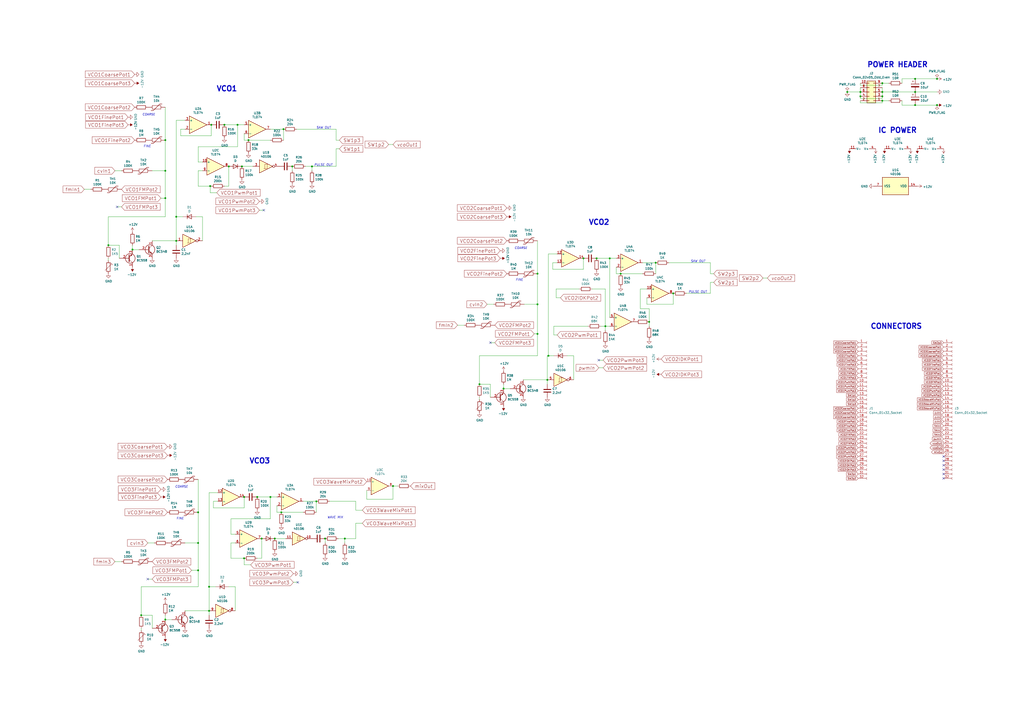
<source format=kicad_sch>
(kicad_sch (version 20230121) (generator eeschema)
  (paper "A2")
  (lib_symbols
    (symbol "3X VCO-rescue:CP-Device" (pin_numbers hide) (pin_names (offset 0.254))
      (property "Reference" "C" (at 0.635 2.54 0))
      (property "Value" "Device_CP" (at 0.635 -2.54 0))
      (symbol "CP-Device_1_1"
        (pin passive line (at 0 3.81 270) (length 2.794) (name "~") (number "1"))
        (pin passive line (at 0 -3.81 90) (length 2.794) (name "~") (number "2"))
      )
    )
    (symbol "3X VCO-rescue:RTRIM-Device" (pin_numbers hide) (pin_names (offset 0))
      (property "Reference" "R" (at 2.54 -2.54 90))
      (property "Value" "Device_RTRIM" (at -2.54 -0.635 90))
      (symbol "RTRIM-Device_1_1"
        (pin passive line (at 0 3.81 270) (length 1.27) (name "~") (number "1"))
        (pin passive line (at 0 -3.81 90) (length 1.27) (name "~") (number "2"))
      )
    )
    (symbol "4xxx:40106" (pin_names (offset 1.016))
      (property "Reference" "U" (at 0 1.27 0))
      (property "Value" "40106" (at 0 -1.27 0))
      (symbol "40106_1_0"
        (pin input line (at -7.62 0 0) (length 3.81) (name "~") (number "1"))
        (pin output inverted (at 7.62 0 180) (length 3.81) (name "~") (number "2"))
      )
      (symbol "40106_2_0"
        (pin input line (at -7.62 0 0) (length 3.81) (name "~") (number "3"))
        (pin output inverted (at 7.62 0 180) (length 3.81) (name "~") (number "4"))
      )
      (symbol "40106_3_0"
        (pin input line (at -7.62 0 0) (length 3.81) (name "~") (number "5"))
        (pin output inverted (at 7.62 0 180) (length 3.81) (name "~") (number "6"))
      )
      (symbol "40106_4_0"
        (pin output inverted (at 7.62 0 180) (length 3.81) (name "~") (number "8"))
        (pin input line (at -7.62 0 0) (length 3.81) (name "~") (number "9"))
      )
      (symbol "40106_5_0"
        (pin output inverted (at 7.62 0 180) (length 3.81) (name "~") (number "10"))
        (pin input line (at -7.62 0 0) (length 3.81) (name "~") (number "11"))
      )
      (symbol "40106_6_0"
        (pin output inverted (at 7.62 0 180) (length 3.81) (name "~") (number "12"))
        (pin input line (at -7.62 0 0) (length 3.81) (name "~") (number "13"))
      )
      (symbol "40106_7_0"
        (pin power_in line (at 0 12.7 270) (length 5.08) (name "VDD") (number "14"))
        (pin power_in line (at 0 -12.7 90) (length 5.08) (name "VSS") (number "7"))
      )
    )
    (symbol "Amplifier_Operational:TL074" (pin_names (offset 0.127))
      (property "Reference" "U" (at 0 5.08 0))
      (property "Value" "TL074" (at 0 -5.08 0))
      (symbol "TL074_1_1"
        (pin output line (at 7.62 0 180) (length 2.54) (name "~") (number "1"))
        (pin input line (at -7.62 -2.54 0) (length 2.54) (name "-") (number "2"))
        (pin input line (at -7.62 2.54 0) (length 2.54) (name "+") (number "3"))
      )
      (symbol "TL074_2_1"
        (pin input line (at -7.62 2.54 0) (length 2.54) (name "+") (number "5"))
        (pin input line (at -7.62 -2.54 0) (length 2.54) (name "-") (number "6"))
        (pin output line (at 7.62 0 180) (length 2.54) (name "~") (number "7"))
      )
      (symbol "TL074_3_1"
        (pin input line (at -7.62 2.54 0) (length 2.54) (name "+") (number "10"))
        (pin output line (at 7.62 0 180) (length 2.54) (name "~") (number "8"))
        (pin input line (at -7.62 -2.54 0) (length 2.54) (name "-") (number "9"))
      )
      (symbol "TL074_4_1"
        (pin input line (at -7.62 2.54 0) (length 2.54) (name "+") (number "12"))
        (pin input line (at -7.62 -2.54 0) (length 2.54) (name "-") (number "13"))
        (pin output line (at 7.62 0 180) (length 2.54) (name "~") (number "14"))
      )
      (symbol "TL074_5_1"
        (pin power_in line (at -2.54 -7.62 90) (length 3.81) (name "V-") (number "11"))
        (pin power_in line (at -2.54 7.62 270) (length 3.81) (name "V+") (number "4"))
      )
    )
    (symbol "Connector:Conn_01x32_Socket" (pin_names (offset 1.016) hide)
      (property "Reference" "J" (at 0 40.64 0))
      (property "Value" "Conn_01x32_Socket" (at 0 -43.18 0))
      (symbol "Conn_01x32_Socket_1_1"
        (pin passive line (at -5.08 38.1 0) (length 3.81) (name "Pin_1") (number "1"))
        (pin passive line (at -5.08 15.24 0) (length 3.81) (name "Pin_10") (number "10"))
        (pin passive line (at -5.08 12.7 0) (length 3.81) (name "Pin_11") (number "11"))
        (pin passive line (at -5.08 10.16 0) (length 3.81) (name "Pin_12") (number "12"))
        (pin passive line (at -5.08 7.62 0) (length 3.81) (name "Pin_13") (number "13"))
        (pin passive line (at -5.08 5.08 0) (length 3.81) (name "Pin_14") (number "14"))
        (pin passive line (at -5.08 2.54 0) (length 3.81) (name "Pin_15") (number "15"))
        (pin passive line (at -5.08 0 0) (length 3.81) (name "Pin_16") (number "16"))
        (pin passive line (at -5.08 -2.54 0) (length 3.81) (name "Pin_17") (number "17"))
        (pin passive line (at -5.08 -5.08 0) (length 3.81) (name "Pin_18") (number "18"))
        (pin passive line (at -5.08 -7.62 0) (length 3.81) (name "Pin_19") (number "19"))
        (pin passive line (at -5.08 35.56 0) (length 3.81) (name "Pin_2") (number "2"))
        (pin passive line (at -5.08 -10.16 0) (length 3.81) (name "Pin_20") (number "20"))
        (pin passive line (at -5.08 -12.7 0) (length 3.81) (name "Pin_21") (number "21"))
        (pin passive line (at -5.08 -15.24 0) (length 3.81) (name "Pin_22") (number "22"))
        (pin passive line (at -5.08 -17.78 0) (length 3.81) (name "Pin_23") (number "23"))
        (pin passive line (at -5.08 -20.32 0) (length 3.81) (name "Pin_24") (number "24"))
        (pin passive line (at -5.08 -22.86 0) (length 3.81) (name "Pin_25") (number "25"))
        (pin passive line (at -5.08 -25.4 0) (length 3.81) (name "Pin_26") (number "26"))
        (pin passive line (at -5.08 -27.94 0) (length 3.81) (name "Pin_27") (number "27"))
        (pin passive line (at -5.08 -30.48 0) (length 3.81) (name "Pin_28") (number "28"))
        (pin passive line (at -5.08 -33.02 0) (length 3.81) (name "Pin_29") (number "29"))
        (pin passive line (at -5.08 33.02 0) (length 3.81) (name "Pin_3") (number "3"))
        (pin passive line (at -5.08 -35.56 0) (length 3.81) (name "Pin_30") (number "30"))
        (pin passive line (at -5.08 -38.1 0) (length 3.81) (name "Pin_31") (number "31"))
        (pin passive line (at -5.08 -40.64 0) (length 3.81) (name "Pin_32") (number "32"))
        (pin passive line (at -5.08 30.48 0) (length 3.81) (name "Pin_4") (number "4"))
        (pin passive line (at -5.08 27.94 0) (length 3.81) (name "Pin_5") (number "5"))
        (pin passive line (at -5.08 25.4 0) (length 3.81) (name "Pin_6") (number "6"))
        (pin passive line (at -5.08 22.86 0) (length 3.81) (name "Pin_7") (number "7"))
        (pin passive line (at -5.08 20.32 0) (length 3.81) (name "Pin_8") (number "8"))
        (pin passive line (at -5.08 17.78 0) (length 3.81) (name "Pin_9") (number "9"))
      )
    )
    (symbol "Connector_Generic:Conn_02x05_Odd_Even" (pin_names (offset 1.016) hide)
      (property "Reference" "J" (at 1.27 7.62 0))
      (property "Value" "Conn_02x05_Odd_Even" (at 1.27 -7.62 0))
      (symbol "Conn_02x05_Odd_Even_1_1"
        (pin passive line (at -5.08 5.08 0) (length 3.81) (name "Pin_1") (number "1"))
        (pin passive line (at 7.62 -5.08 180) (length 3.81) (name "Pin_10") (number "10"))
        (pin passive line (at 7.62 5.08 180) (length 3.81) (name "Pin_2") (number "2"))
        (pin passive line (at -5.08 2.54 0) (length 3.81) (name "Pin_3") (number "3"))
        (pin passive line (at 7.62 2.54 180) (length 3.81) (name "Pin_4") (number "4"))
        (pin passive line (at -5.08 0 0) (length 3.81) (name "Pin_5") (number "5"))
        (pin passive line (at 7.62 0 180) (length 3.81) (name "Pin_6") (number "6"))
        (pin passive line (at -5.08 -2.54 0) (length 3.81) (name "Pin_7") (number "7"))
        (pin passive line (at 7.62 -2.54 180) (length 3.81) (name "Pin_8") (number "8"))
        (pin passive line (at -5.08 -5.08 0) (length 3.81) (name "Pin_9") (number "9"))
      )
    )
    (symbol "Device:C" (pin_numbers hide) (pin_names (offset 0.254))
      (property "Reference" "C" (at 0.635 2.54 0))
      (property "Value" "C" (at 0.635 -2.54 0))
      (symbol "C_1_1"
        (pin passive line (at 0 3.81 270) (length 2.794) (name "~") (number "1"))
        (pin passive line (at 0 -3.81 90) (length 2.794) (name "~") (number "2"))
      )
    )
    (symbol "Device:D" (pin_numbers hide) (pin_names (offset 1.016) hide)
      (property "Reference" "D" (at 0 2.54 0))
      (property "Value" "D" (at 0 -2.54 0))
      (symbol "D_1_1"
        (pin passive line (at -3.81 0 0) (length 2.54) (name "K") (number "1"))
        (pin passive line (at 3.81 0 180) (length 2.54) (name "A") (number "2"))
      )
    )
    (symbol "Device:R" (pin_numbers hide) (pin_names (offset 0))
      (property "Reference" "R" (at 2.032 0 90))
      (property "Value" "R" (at 0 0 90))
      (symbol "R_1_1"
        (pin passive line (at 0 3.81 270) (length 1.27) (name "~") (number "1"))
        (pin passive line (at 0 -3.81 90) (length 1.27) (name "~") (number "2"))
      )
    )
    (symbol "Device:Thermistor" (pin_numbers hide) (pin_names (offset 0))
      (property "Reference" "TH" (at 2.54 1.27 90))
      (property "Value" "Thermistor" (at -2.54 0 90))
      (symbol "Thermistor_1_1"
        (pin passive line (at 0 5.08 270) (length 2.54) (name "~") (number "1"))
        (pin passive line (at 0 -5.08 90) (length 2.54) (name "~") (number "2"))
      )
    )
    (symbol "Transistor_BJT:BC548" (pin_names (offset 0) hide)
      (property "Reference" "Q" (at 5.08 1.905 0))
      (property "Value" "BC548" (at 5.08 0 0))
      (symbol "BC548_1_1"
        (pin passive line (at 2.54 5.08 270) (length 2.54) (name "C") (number "1"))
        (pin input line (at -5.08 0 0) (length 5.08) (name "B") (number "2"))
        (pin passive line (at 2.54 -5.08 90) (length 2.54) (name "E") (number "3"))
      )
    )
    (symbol "Transistor_BJT:BC558" (pin_names (offset 0) hide)
      (property "Reference" "Q" (at 5.08 1.905 0))
      (property "Value" "BC558" (at 5.08 0 0))
      (symbol "BC558_1_1"
        (pin passive line (at 2.54 5.08 270) (length 2.54) (name "C") (number "1"))
        (pin input line (at -5.08 0 0) (length 5.715) (name "B") (number "2"))
        (pin passive line (at 2.54 -5.08 90) (length 2.54) (name "E") (number "3"))
      )
    )
    (symbol "power:+12V" (power) (pin_names (offset 0))
      (property "Value" "+12V" (at 0 3.556 0))
      (symbol "+12V_1_1"
        (pin power_in line (at 0 0 90) (length 0) hide (name "+12V") (number "1"))
      )
    )
    (symbol "power:-12V" (power) (pin_names (offset 0))
      (property "Value" "-12V" (at 0 3.81 0))
      (symbol "-12V_0_0"
        (pin power_in line (at 0 0 90) (length 0) hide (name "-12V") (number "1"))
      )
    )
    (symbol "power:GND" (power) (pin_names (offset 0))
      (property "Value" "GND" (at 0 -3.81 0))
      (symbol "GND_1_1"
        (pin power_in line (at 0 0 270) (length 0) hide (name "GND") (number "1"))
      )
    )
    (symbol "power:PWR_FLAG" (power) (pin_numbers hide) (pin_names (offset 0) hide)
      (property "Value" "PWR_FLAG" (at 0 3.81 0))
      (symbol "PWR_FLAG_0_0"
        (pin power_out line (at 0 0 90) (length 0) (name "pwr") (number "1"))
      )
    )
  )
  (junction (at 200.025 312.42))
  (junction (at 491.49 53.34))
  (junction (at 311.785 176.53))
  (junction (at 76.835 144.78))
  (junction (at 114.935 330.835))
  (junction (at 390.525 170.18))
  (junction (at 346.075 149.86))
  (junction (at 511.81 55.88))
  (junction (at 338.455 149.86))
  (junction (at 511.81 53.34))
  (junction (at 121.285 354.33))
  (junction (at 278.13 222.885))
  (junction (at 137.795 72.39))
  (junction (at 130.175 72.39))
  (junction (at 81.915 356.87))
  (junction (at 95.885 81.28))
  (junction (at 121.92 107.95))
  (junction (at 114.935 297.18))
  (junction (at 292.1 225.425))
  (junction (at 311.785 158.75))
  (junction (at 318.135 206.375))
  (junction (at 543.56 60.96))
  (junction (at 141.605 288.29))
  (junction (at 353.695 149.86))
  (junction (at 102.235 125.73))
  (junction (at 140.335 96.52))
  (junction (at 132.715 96.52))
  (junction (at 151.765 312.42))
  (junction (at 180.975 96.52))
  (junction (at 530.86 60.96))
  (junction (at 164.465 74.93))
  (junction (at 499.11 55.88))
  (junction (at 122.555 72.39))
  (junction (at 163.195 297.18))
  (junction (at 159.385 312.42))
  (junction (at 156.845 288.29))
  (junction (at 141.605 323.85))
  (junction (at 511.81 58.42))
  (junction (at 311.785 193.675))
  (junction (at 530.86 53.34))
  (junction (at 530.86 45.72))
  (junction (at 351.155 189.23))
  (junction (at 149.225 288.29))
  (junction (at 511.81 48.26))
  (junction (at 95.885 99.06))
  (junction (at 144.145 81.28))
  (junction (at 121.285 340.36))
  (junction (at 317.5 220.345))
  (junction (at 183.515 290.83))
  (junction (at 227.965 281.94))
  (junction (at 376.555 186.69))
  (junction (at 62.865 142.24))
  (junction (at 95.885 359.41))
  (junction (at 114.935 314.96))
  (junction (at 499.11 53.34))
  (junction (at 188.595 312.42))
  (junction (at 360.045 158.75))
  (junction (at 169.545 96.52))
  (junction (at 380.365 152.4))
  (junction (at 543.56 45.72))
  (junction (at 102.235 139.7))
  (junction (at 95.885 114.935))
  (no_connect (at 153.035 121.92))
  (no_connect (at 85.725 335.915))
  (no_connect (at 547.37 267.335))
  (no_connect (at 547.37 274.955))
  (no_connect (at 67.945 120.015))
  (no_connect (at 347.345 208.915))
  (no_connect (at 547.37 277.495))
  (no_connect (at 284.48 198.755))
  (no_connect (at 547.37 269.875))
  (no_connect (at 172.72 337.82))
  (no_connect (at 547.37 264.795))
  (no_connect (at 547.37 272.415))
  (wire (pts (xy 284.48 198.755) (xy 287.02 198.755)))
  (wire (pts (xy 412.115 163.83) (xy 414.02 163.83)))
  (wire (pts (xy 278.13 222.885) (xy 278.13 206.375)))
  (wire (pts (xy 353.695 189.23) (xy 351.155 189.23)))
  (wire (pts (xy 121.92 111.76) (xy 121.92 107.95)))
  (wire (pts (xy 85.725 335.915) (xy 88.265 335.915)))
  (wire (pts (xy 523.24 45.72) (xy 530.86 45.72)))
  (wire (pts (xy 102.235 69.85) (xy 102.235 125.73)))
  (wire (pts (xy 227.965 289.56) (xy 227.965 281.94)))
  (wire (pts (xy 499.11 57.15) (xy 511.81 57.15)))
  (wire (pts (xy 347.345 208.915) (xy 349.885 208.915)))
  (wire (pts (xy 295.91 225.425) (xy 292.1 225.425)))
  (wire (pts (xy 523.24 60.96) (xy 530.86 60.96)))
  (wire (pts (xy 442.595 161.29) (xy 445.135 161.29)))
  (wire (pts (xy 133.985 300.99) (xy 133.985 309.88)))
  (wire (pts (xy 309.88 193.675) (xy 311.785 193.675)))
  (wire (pts (xy 318.135 147.32) (xy 318.135 206.375)))
  (wire (pts (xy 387.985 152.4) (xy 412.115 152.4)))
  (wire (pts (xy 136.525 314.96) (xy 133.985 314.96)))
  (wire (pts (xy 114.935 107.95) (xy 121.92 107.95)))
  (wire (pts (xy 117.475 99.06) (xy 114.935 99.06)))
  (wire (pts (xy 311.785 176.53) (xy 311.785 193.675)))
  (wire (pts (xy 177.165 96.52) (xy 180.975 96.52)))
  (wire (pts (xy 376.555 179.07) (xy 371.475 179.07)))
  (wire (pts (xy 511.81 49.53) (xy 511.81 48.26)))
  (wire (pts (xy 149.225 288.29) (xy 156.845 288.29)))
  (wire (pts (xy 153.035 121.92) (xy 150.495 121.92)))
  (wire (pts (xy 322.58 172.72) (xy 325.12 172.72)))
  (wire (pts (xy 156.845 288.29) (xy 160.655 288.29)))
  (wire (pts (xy 188.595 312.42) (xy 188.595 314.96)))
  (wire (pts (xy 320.675 152.4) (xy 320.675 156.21)))
  (wire (pts (xy 212.725 284.48) (xy 212.725 289.56)))
  (wire (pts (xy 130.175 72.39) (xy 137.795 72.39)))
  (wire (pts (xy 114.935 278.13) (xy 114.935 297.18)))
  (wire (pts (xy 62.865 142.24) (xy 69.215 142.24)))
  (wire (pts (xy 121.285 354.33) (xy 107.315 354.33)))
  (wire (pts (xy 530.86 53.34) (xy 543.56 53.34)))
  (wire (pts (xy 194.945 81.28) (xy 196.85 81.28)))
  (wire (pts (xy 156.845 288.29) (xy 156.845 300.99)))
  (wire (pts (xy 121.285 354.33) (xy 121.285 356.87)))
  (wire (pts (xy 317.5 206.375) (xy 317.5 220.345)))
  (wire (pts (xy 104.775 74.93) (xy 104.775 78.74)))
  (wire (pts (xy 160.655 293.37) (xy 160.655 297.18)))
  (wire (pts (xy 114.935 93.98) (xy 117.475 93.98)))
  (wire (pts (xy 375.285 172.72) (xy 375.285 176.53)))
  (wire (pts (xy 347.345 213.36) (xy 349.885 213.36)))
  (wire (pts (xy 122.555 78.74) (xy 122.555 72.39)))
  (wire (pts (xy 133.985 309.88) (xy 136.525 309.88)))
  (wire (pts (xy 194.945 86.36) (xy 196.85 86.36)))
  (wire (pts (xy 159.385 312.42) (xy 165.735 312.42)))
  (wire (pts (xy 194.945 74.93) (xy 194.945 81.28)))
  (wire (pts (xy 180.975 96.52) (xy 194.945 96.52)))
  (wire (pts (xy 376.555 189.23) (xy 376.555 186.69)))
  (wire (pts (xy 136.525 340.36) (xy 132.715 340.36)))
  (wire (pts (xy 132.715 107.95) (xy 132.715 96.52)))
  (wire (pts (xy 95.885 114.935) (xy 95.885 125.73)))
  (wire (pts (xy 499.11 58.42) (xy 499.11 59.69)))
  (wire (pts (xy 88.265 364.49) (xy 88.265 356.87)))
  (wire (pts (xy 499.11 49.53) (xy 511.81 49.53)))
  (wire (pts (xy 141.605 81.28) (xy 144.145 81.28)))
  (wire (pts (xy 81.915 356.87) (xy 81.915 340.36)))
  (wire (pts (xy 81.915 340.36) (xy 114.935 340.36)))
  (wire (pts (xy 67.945 120.015) (xy 70.485 120.015)))
  (wire (pts (xy 380.365 152.4) (xy 380.365 158.75)))
  (wire (pts (xy 175.895 297.18) (xy 163.195 297.18)))
  (wire (pts (xy 322.58 167.64) (xy 322.58 172.72)))
  (wire (pts (xy 62.865 125.73) (xy 95.885 125.73)))
  (wire (pts (xy 114.935 85.09) (xy 114.935 93.98)))
  (wire (pts (xy 284.48 230.505) (xy 284.48 222.885)))
  (wire (pts (xy 357.505 158.75) (xy 360.045 158.75)))
  (wire (pts (xy 321.31 189.23) (xy 321.31 194.31)))
  (wire (pts (xy 323.215 152.4) (xy 320.675 152.4)))
  (wire (pts (xy 133.985 314.96) (xy 133.985 323.85)))
  (wire (pts (xy 130.175 107.95) (xy 132.715 107.95)))
  (wire (pts (xy 123.825 290.83) (xy 123.825 294.64)))
  (wire (pts (xy 311.785 139.7) (xy 311.785 158.75)))
  (wire (pts (xy 206.375 295.91) (xy 210.185 295.91)))
  (wire (pts (xy 141.605 294.64) (xy 141.605 288.29)))
  (wire (pts (xy 88.265 99.06) (xy 95.885 99.06)))
  (wire (pts (xy 523.24 58.42) (xy 523.24 60.96)))
  (wire (pts (xy 126.365 290.83) (xy 123.825 290.83)))
  (wire (pts (xy 318.135 206.375) (xy 321.31 206.375)))
  (wire (pts (xy 340.995 189.23) (xy 321.31 189.23)))
  (wire (pts (xy 311.785 193.675) (xy 311.785 206.375)))
  (wire (pts (xy 317.5 220.345) (xy 317.5 222.885)))
  (wire (pts (xy 265.43 188.595) (xy 269.24 188.595)))
  (wire (pts (xy 111.125 330.835) (xy 114.935 330.835)))
  (wire (pts (xy 102.235 69.85) (xy 107.315 69.85)))
  (wire (pts (xy 180.975 96.52) (xy 180.975 99.06)))
  (wire (pts (xy 66.675 99.06) (xy 70.485 99.06)))
  (wire (pts (xy 227.965 281.94) (xy 230.505 281.94)))
  (wire (pts (xy 95.885 356.87) (xy 95.885 359.41)))
  (wire (pts (xy 515.62 58.42) (xy 511.81 58.42)))
  (wire (pts (xy 106.045 125.73) (xy 102.235 125.73)))
  (wire (pts (xy 206.375 303.53) (xy 210.185 303.53)))
  (wire (pts (xy 343.535 167.64) (xy 351.155 167.64)))
  (wire (pts (xy 169.545 96.52) (xy 169.545 99.06)))
  (wire (pts (xy 317.5 220.345) (xy 303.53 220.345)))
  (wire (pts (xy 141.605 77.47) (xy 141.605 81.28)))
  (wire (pts (xy 311.785 158.75) (xy 311.785 176.53)))
  (wire (pts (xy 102.235 125.73) (xy 102.235 139.7)))
  (wire (pts (xy 140.335 96.52) (xy 146.685 96.52)))
  (wire (pts (xy 530.86 45.72) (xy 543.56 45.72)))
  (wire (pts (xy 511.81 53.34) (xy 530.86 53.34)))
  (wire (pts (xy 353.695 149.86) (xy 353.695 184.15)))
  (wire (pts (xy 491.49 53.34) (xy 499.11 53.34)))
  (wire (pts (xy 332.74 206.375) (xy 332.74 220.345)))
  (wire (pts (xy 48.895 109.855) (xy 52.705 109.855)))
  (wire (pts (xy 200.025 312.42) (xy 200.025 314.96)))
  (wire (pts (xy 125.095 340.36) (xy 121.285 340.36)))
  (wire (pts (xy 499.11 48.26) (xy 499.11 49.53)))
  (wire (pts (xy 321.31 194.31) (xy 323.215 194.31)))
  (wire (pts (xy 499.11 59.69) (xy 511.81 59.69)))
  (wire (pts (xy 81.915 364.49) (xy 81.915 365.76)))
  (wire (pts (xy 412.115 152.4) (xy 412.115 158.75)))
  (wire (pts (xy 95.885 62.23) (xy 95.885 81.28)))
  (wire (pts (xy 114.935 314.96) (xy 114.935 330.835)))
  (wire (pts (xy 511.81 57.15) (xy 511.81 55.88)))
  (wire (pts (xy 351.155 189.23) (xy 351.155 167.64)))
  (wire (pts (xy 278.13 230.505) (xy 278.13 231.775)))
  (wire (pts (xy 107.315 314.96) (xy 114.935 314.96)))
  (wire (pts (xy 282.575 176.53) (xy 286.385 176.53)))
  (wire (pts (xy 136.525 340.36) (xy 136.525 354.33)))
  (wire (pts (xy 80.645 144.78) (xy 76.835 144.78)))
  (wire (pts (xy 499.11 53.34) (xy 499.11 55.88)))
  (wire (pts (xy 511.81 55.88) (xy 511.81 53.34)))
  (wire (pts (xy 183.515 290.83) (xy 183.515 297.18)))
  (wire (pts (xy 95.885 81.28) (xy 95.885 99.06)))
  (wire (pts (xy 151.765 323.85) (xy 151.765 312.42)))
  (wire (pts (xy 371.475 167.64) (xy 371.475 179.07)))
  (wire (pts (xy 412.115 158.75) (xy 414.02 158.75)))
  (wire (pts (xy 191.135 290.83) (xy 206.375 290.83)))
  (wire (pts (xy 95.885 99.06) (xy 95.885 114.935)))
  (wire (pts (xy 317.5 206.375) (xy 318.135 206.375)))
  (wire (pts (xy 121.285 340.36) (xy 121.285 354.33)))
  (wire (pts (xy 102.235 139.7) (xy 102.235 142.24)))
  (wire (pts (xy 499.11 55.88) (xy 499.11 57.15)))
  (wire (pts (xy 133.985 323.85) (xy 141.605 323.85)))
  (wire (pts (xy 114.935 297.18) (xy 114.935 314.96)))
  (wire (pts (xy 338.455 156.21) (xy 338.455 149.86)))
  (wire (pts (xy 194.945 96.52) (xy 194.945 86.36)))
  (wire (pts (xy 225.425 83.82) (xy 227.965 83.82)))
  (wire (pts (xy 76.835 142.24) (xy 76.835 144.78)))
  (wire (pts (xy 412.115 163.83) (xy 412.115 170.18)))
  (wire (pts (xy 99.695 359.41) (xy 95.885 359.41)))
  (wire (pts (xy 114.935 99.06) (xy 114.935 107.95)))
  (wire (pts (xy 372.745 158.75) (xy 360.045 158.75)))
  (wire (pts (xy 117.475 125.73) (xy 117.475 139.7)))
  (wire (pts (xy 196.215 312.42) (xy 200.025 312.42)))
  (wire (pts (xy 121.92 111.76) (xy 125.73 111.76)))
  (wire (pts (xy 175.895 290.83) (xy 183.515 290.83)))
  (wire (pts (xy 530.86 60.96) (xy 543.56 60.96)))
  (wire (pts (xy 357.505 154.94) (xy 357.505 158.75)))
  (wire (pts (xy 348.615 189.23) (xy 351.155 189.23)))
  (wire (pts (xy 499.11 50.8) (xy 499.11 53.34)))
  (wire (pts (xy 390.525 176.53) (xy 390.525 170.18)))
  (wire (pts (xy 278.13 206.375) (xy 311.785 206.375)))
  (wire (pts (xy 141.605 327.66) (xy 141.605 323.85)))
  (wire (pts (xy 212.725 289.56) (xy 227.965 289.56)))
  (wire (pts (xy 206.375 312.42) (xy 206.375 303.53)))
  (wire (pts (xy 320.675 156.21) (xy 338.455 156.21)))
  (wire (pts (xy 304.165 176.53) (xy 311.785 176.53)))
  (wire (pts (xy 511.81 59.69) (xy 511.81 58.42)))
  (wire (pts (xy 102.235 139.7) (xy 88.265 139.7)))
  (wire (pts (xy 137.795 72.39) (xy 137.795 85.09)))
  (wire (pts (xy 85.725 314.96) (xy 89.535 314.96)))
  (wire (pts (xy 62.865 142.24) (xy 62.865 125.73)))
  (wire (pts (xy 398.145 170.18) (xy 412.115 170.18)))
  (wire (pts (xy 117.475 125.73) (xy 113.665 125.73)))
  (wire (pts (xy 515.62 48.26) (xy 511.81 48.26)))
  (wire (pts (xy 93.345 114.935) (xy 95.885 114.935)))
  (wire (pts (xy 121.92 107.95) (xy 122.555 107.95)))
  (wire (pts (xy 278.13 222.885) (xy 284.48 222.885)))
  (wire (pts (xy 164.465 74.93) (xy 164.465 81.28)))
  (wire (pts (xy 62.865 149.86) (xy 62.865 151.13)))
  (wire (pts (xy 121.285 285.75) (xy 121.285 340.36)))
  (wire (pts (xy 137.795 85.09) (xy 114.935 85.09)))
  (wire (pts (xy 351.155 191.77) (xy 351.155 189.23)))
  (wire (pts (xy 160.655 297.18) (xy 163.195 297.18)))
  (wire (pts (xy 332.74 206.375) (xy 328.93 206.375)))
  (wire (pts (xy 172.72 337.82) (xy 170.18 337.82)))
  (wire (pts (xy 66.675 325.755) (xy 70.485 325.755)))
  (wire (pts (xy 335.915 167.64) (xy 322.58 167.64)))
  (wire (pts (xy 149.225 323.85) (xy 151.765 323.85)))
  (wire (pts (xy 375.285 176.53) (xy 390.525 176.53)))
  (wire (pts (xy 156.845 74.93) (xy 164.465 74.93)))
  (wire (pts (xy 318.135 147.32) (xy 323.215 147.32)))
  (wire (pts (xy 156.845 300.99) (xy 133.985 300.99)))
  (wire (pts (xy 104.775 78.74) (xy 122.555 78.74)))
  (wire (pts (xy 353.695 149.86) (xy 357.505 149.86)))
  (wire (pts (xy 69.215 149.86) (xy 69.215 142.24)))
  (wire (pts (xy 156.845 81.28) (xy 144.145 81.28)))
  (wire (pts (xy 107.315 74.93) (xy 104.775 74.93)))
  (wire (pts (xy 172.085 74.93) (xy 194.945 74.93)))
  (wire (pts (xy 206.375 290.83) (xy 206.375 295.91)))
  (wire (pts (xy 137.795 72.39) (xy 141.605 72.39)))
  (wire (pts (xy 376.555 179.07) (xy 376.555 186.69)))
  (wire (pts (xy 121.285 285.75) (xy 126.365 285.75)))
  (wire (pts (xy 371.475 167.64) (xy 375.285 167.64)))
  (wire (pts (xy 141.605 327.66) (xy 145.415 327.66)))
  (wire (pts (xy 292.1 222.885) (xy 292.1 225.425)))
  (wire (pts (xy 123.825 294.64) (xy 141.605 294.64)))
  (wire (pts (xy 346.075 149.86) (xy 353.695 149.86)))
  (wire (pts (xy 200.025 312.42) (xy 206.375 312.42)))
  (wire (pts (xy 511.81 53.34) (xy 511.81 50.8)))
  (wire (pts (xy 81.915 356.87) (xy 88.265 356.87)))
  (wire (pts (xy 372.745 152.4) (xy 380.365 152.4)))
  (wire (pts (xy 114.935 330.835) (xy 114.935 340.36)))
  (wire (pts (xy 523.24 48.26) (xy 523.24 45.72)))
  (text "WAVE MIX" (at 189.865 300.99 0) (effects (font (size 1.27 1.27) italic) (justify left bottom)))
  (text "PULSE OUT\n" (at 182.245 96.52 0) (effects (font (size 1.27 1.27) italic) (justify left bottom)))
  (text "COARSE" (at 298.45 144.78 0) (effects (font (size 1.27 1.27) italic) (justify left bottom)))
  (text "VCO1" (at 137.795 53.34 0) (effects (font (size 2.9972 2.9972) (thickness 0.5994) bold) (justify right bottom)))
  (text "SAW OUT\n" (at 183.515 74.93 0) (effects (font (size 1.27 1.27) italic) (justify left bottom)))
  (text "SAW OUT\n" (at 400.685 152.4 0) (effects (font (size 1.27 1.27) italic) (justify left bottom)))
  (text "FINE" (at 303.53 163.195 0) (effects (font (size 1.27 1.27) italic) (justify right bottom)))
  (text "COARSE" (at 82.55 67.31 0) (effects (font (size 1.27 1.27) italic) (justify left bottom)))
  (text "VCO3\n" (at 156.845 269.24 0) (effects (font (size 2.9972 2.9972) (thickness 0.5994) bold) (justify right bottom)))
  (text "FINE" (at 106.68 301.625 0) (effects (font (size 1.27 1.27) italic) (justify right bottom)))
  (text "IC POWER" (at 509.27 77.47 0) (effects (font (size 2.9972 2.9972) (thickness 0.5994) bold) (justify left bottom)))
  (text "FINE" (at 87.63 85.725 0) (effects (font (size 1.27 1.27) italic) (justify right bottom)))
  (text "COARSE" (at 101.6 283.21 0) (effects (font (size 1.27 1.27) italic) (justify left bottom)))
  (text "PULSE OUT\n" (at 399.415 170.18 0) (effects (font (size 1.27 1.27) italic) (justify left bottom)))
  (text "POWER HEADER" (at 502.92 39.37 0) (effects (font (size 2.9972 2.9972) (thickness 0.5994) bold) (justify left bottom)))
  (text "CONNECTORS\n" (at 504.825 191.135 0) (effects (font (size 2.9972 2.9972) (thickness 0.5994) bold) (justify left bottom)))
  (text "VCO2\n" (at 353.695 130.81 0) (effects (font (size 2.9972 2.9972) (thickness 0.5994) bold) (justify right bottom)))
  (global_label "VCO2PwmPot2" (shape input) (at 497.84 262.255 180) (effects (font (size 1 1))) (property "Intersheetrefs" "${INTERSHEET_REFS}" (effects hide)))
  (global_label "cvIn2" (shape input) (at 547.37 241.935 180) (effects (font (size 1 1))) (property "Intersheetrefs" "${INTERSHEET_REFS}" (effects hide)))
  (global_label "VCO3FMPot2" (shape input) (at 547.37 219.075 180) (effects (font (size 1 1))) (property "Intersheetrefs" "${INTERSHEET_REFS}" (effects hide)))
  (global_label "VCO1CoarsePot3" (shape input) (at 78.105 48.26 180) (effects (font (size 2.0066 2.0066))) (property "Intersheetrefs" "${INTERSHEET_REFS}" (effects hide)))
  (global_label "VCO3FMPot1" (shape input) (at 547.37 216.535 180) (effects (font (size 1 1))) (property "Intersheetrefs" "${INTERSHEET_REFS}" (effects hide)))
  (global_label "VCO2CoarsePot2" (shape input) (at 294.005 139.7 180) (effects (font (size 2.0066 2.0066))) (property "Intersheetrefs" "${INTERSHEET_REFS}" (effects hide)))
  (global_label "VCO3CoarsePot3" (shape input) (at 547.37 206.375 180) (effects (font (size 1 1))) (property "Intersheetrefs" "${INTERSHEET_REFS}" (effects hide)))
  (global_label "VCO2CoarsePot3" (shape input) (at 497.84 241.935 180) (effects (font (size 1 1))) (property "Intersheetrefs" "${INTERSHEET_REFS}" (effects hide)))
  (global_label "VCO1FMPot3" (shape input) (at 497.84 219.075 180) (effects (font (size 1 1))) (property "Intersheetrefs" "${INTERSHEET_REFS}" (effects hide)))
  (global_label "VCO3WaveMixPot1" (shape input) (at 210.185 295.91 0) (effects (font (size 2.0066 2.0066))) (property "Intersheetrefs" "${INTERSHEET_REFS}" (effects hide)))
  (global_label "VCO3FinePot1" (shape input) (at 93.345 283.845 180) (effects (font (size 2.0066 2.0066))) (property "Intersheetrefs" "${INTERSHEET_REFS}" (effects hide)))
  (global_label "VCO1FinePot1" (shape input) (at 74.295 67.945 180) (effects (font (size 2.0066 2.0066))) (property "Intersheetrefs" "${INTERSHEET_REFS}" (effects hide)))
  (global_label "SW2p1" (shape input) (at 414.02 163.83 0) (effects (font (size 2.0066 2.0066))) (property "Intersheetrefs" "${INTERSHEET_REFS}" (effects hide)))
  (global_label "VCO3FMPot2" (shape input) (at 88.265 325.755 0) (effects (font (size 2.0066 2.0066))) (property "Intersheetrefs" "${INTERSHEET_REFS}" (effects hide)))
  (global_label "VCO2PwmPot1" (shape input) (at 497.84 259.715 180) (effects (font (size 1 1))) (property "Intersheetrefs" "${INTERSHEET_REFS}" (effects hide)))
  (global_label "VCO3PwmPot3" (shape input) (at 547.37 229.235 180) (effects (font (size 1 1))) (property "Intersheetrefs" "${INTERSHEET_REFS}" (effects hide)))
  (global_label "VCO2IDKPot3" (shape input) (at 383.54 217.17 0) (effects (font (size 2.0066 2.0066))) (property "Intersheetrefs" "${INTERSHEET_REFS}" (effects hide)))
  (global_label "SW1p3" (shape input) (at 497.84 234.315 180) (effects (font (size 1 1))) (property "Intersheetrefs" "${INTERSHEET_REFS}" (effects hide)))
  (global_label "VCO3PwmPot2" (shape input) (at 170.18 332.74 180) (effects (font (size 2.0066 2.0066))) (property "Intersheetrefs" "${INTERSHEET_REFS}" (effects hide)))
  (global_label "SW1p2" (shape input) (at 497.84 231.775 180) (effects (font (size 1 1))) (property "Intersheetrefs" "${INTERSHEET_REFS}" (effects hide)))
  (global_label "VCO1CoarsePot2" (shape input) (at 78.105 62.23 180) (effects (font (size 2.0066 2.0066))) (property "Intersheetrefs" "${INTERSHEET_REFS}" (effects hide)))
  (global_label "VCO1CoarsePot2" (shape input) (at 497.84 201.295 180) (effects (font (size 1 1))) (property "Intersheetrefs" "${INTERSHEET_REFS}" (effects hide)))
  (global_label "VCO1FinePot3" (shape input) (at 74.295 72.39 180) (effects (font (size 2.0066 2.0066))) (property "Intersheetrefs" "${INTERSHEET_REFS}" (effects hide)))
  (global_label "VCO3WaveMixPot2" (shape input) (at 212.725 279.4 180) (effects (font (size 2.0066 2.0066))) (property "Intersheetrefs" "${INTERSHEET_REFS}" (effects hide)))
  (global_label "SW2p2" (shape input) (at 442.595 161.29 180) (effects (font (size 2.0066 2.0066))) (property "Intersheetrefs" "${INTERSHEET_REFS}" (effects hide)))
  (global_label "cvIn1" (shape input) (at 66.675 99.06 180) (effects (font (size 2.0066 2.0066))) (property "Intersheetrefs" "${INTERSHEET_REFS}" (effects hide)))
  (global_label "VCO2FinePot3" (shape input) (at 290.195 149.86 180) (effects (font (size 2.0066 2.0066))) (property "Intersheetrefs" "${INTERSHEET_REFS}" (effects hide)))
  (global_label "VCO3PwmPot1" (shape input) (at 145.415 327.66 0) (effects (font (size 2.0066 2.0066))) (property "Intersheetrefs" "${INTERSHEET_REFS}" (effects hide)))
  (global_label "VCO3CoarsePot1" (shape input) (at 97.155 259.08 180) (effects (font (size 2.0066 2.0066))) (property "Intersheetrefs" "${INTERSHEET_REFS}" (effects hide)))
  (global_label "VCO1FMPot2" (shape input) (at 70.485 109.855 0) (effects (font (size 2.0066 2.0066))) (property "Intersheetrefs" "${INTERSHEET_REFS}" (effects hide)))
  (global_label "VCO1PwmPot3" (shape input) (at 150.495 121.92 180) (effects (font (size 2.0066 2.0066))) (property "Intersheetrefs" "${INTERSHEET_REFS}" (effects hide)))
  (global_label "VCO3FinePot2" (shape input) (at 97.155 297.18 180) (effects (font (size 2.0066 2.0066))) (property "Intersheetrefs" "${INTERSHEET_REFS}" (effects hide)))
  (global_label "cvIn3" (shape input) (at 85.725 314.96 180) (effects (font (size 2.0066 2.0066))) (property "Intersheetrefs" "${INTERSHEET_REFS}" (effects hide)))
  (global_label "cvIn2" (shape input) (at 282.575 176.53 180) (effects (font (size 2.0066 2.0066))) (property "Intersheetrefs" "${INTERSHEET_REFS}" (effects hide)))
  (global_label "VCO3WaveMixPot3" (shape input) (at 547.37 236.855 180) (effects (font (size 1 1))) (property "Intersheetrefs" "${INTERSHEET_REFS}" (effects hide)))
  (global_label "VCO3FinePot1" (shape input) (at 547.37 208.915 180) (effects (font (size 1 1))) (property "Intersheetrefs" "${INTERSHEET_REFS}" (effects hide)))
  (global_label "VCO2FMPot3" (shape input) (at 497.84 257.175 180) (effects (font (size 1 1))) (property "Intersheetrefs" "${INTERSHEET_REFS}" (effects hide)))
  (global_label "VCO3WaveMixPot3" (shape input) (at 210.185 303.53 0) (effects (font (size 2.0066 2.0066))) (property "Intersheetrefs" "${INTERSHEET_REFS}" (effects hide)))
  (global_label "pwmIn" (shape input) (at 547.37 254.635 180) (effects (font (size 1 1))) (property "Intersheetrefs" "${INTERSHEET_REFS}" (effects hide)))
  (global_label "VCO3FinePot2" (shape input) (at 547.37 211.455 180) (effects (font (size 1 1))) (property "Intersheetrefs" "${INTERSHEET_REFS}" (effects hide)))
  (global_label "VCO2IDKPot3" (shape input) (at 497.84 272.415 180) (effects (font (size 1 1))) (property "Intersheetrefs" "${INTERSHEET_REFS}" (effects hide)))
  (global_label "SW1p2" (shape input) (at 225.425 83.82 180) (effects (font (size 2.0066 2.0066))) (property "Intersheetrefs" "${INTERSHEET_REFS}" (effects hide)))
  (global_label "VCO2FinePot2" (shape input) (at 497.84 247.015 180) (effects (font (size 1 1))) (property "Intersheetrefs" "${INTERSHEET_REFS}" (effects hide)))
  (global_label "VCO1FinePot3" (shape input) (at 497.84 211.455 180) (effects (font (size 1 1))) (property "Intersheetrefs" "${INTERSHEET_REFS}" (effects hide)))
  (global_label "vcoOut2" (shape input) (at 445.135 161.29 0) (effects (font (size 2.0066 2.0066) italic)) (property "Intersheetrefs" "${INTERSHEET_REFS}" (effects hide)))
  (global_label "VCO3FMPot1" (shape input) (at 111.125 330.835 180) (effects (font (size 2.0066 2.0066))) (property "Intersheetrefs" "${INTERSHEET_REFS}" (effects hide)))
  (global_label "VCO2FMPot2" (shape input) (at 287.02 188.595 0) (effects (font (size 2.0066 2.0066))) (property "Intersheetrefs" "${INTERSHEET_REFS}" (effects hide)))
  (global_label "VCO3PwmPot3" (shape input) (at 170.18 337.82 180) (effects (font (size 2.0066 2.0066))) (property "Intersheetrefs" "${INTERSHEET_REFS}" (effects hide)))
  (global_label "VCO2IDKPot1" (shape input) (at 383.54 208.28 0) (effects (font (size 2.0066 2.0066))) (property "Intersheetrefs" "${INTERSHEET_REFS}" (effects hide)))
  (global_label "VCO3CoarsePot3" (shape input) (at 97.155 264.16 180) (effects (font (size 2.0066 2.0066))) (property "Intersheetrefs" "${INTERSHEET_REFS}" (effects hide)))
  (global_label "vcoOut1" (shape output) (at 547.37 257.175 180) (effects (font (size 1 1))) (property "Intersheetrefs" "${INTERSHEET_REFS}" (effects hide)))
  (global_label "VCO1FMPot2" (shape input) (at 497.84 216.535 180) (effects (font (size 1 1))) (property "Intersheetrefs" "${INTERSHEET_REFS}" (effects hide)))
  (global_label "VCO3FinePot3" (shape input) (at 547.37 213.995 180) (effects (font (size 1 1))) (property "Intersheetrefs" "${INTERSHEET_REFS}" (effects hide)))
  (global_label "vcoOut1" (shape input) (at 227.965 83.82 0) (effects (font (size 2.0066 2.0066) italic)) (property "Intersheetrefs" "${INTERSHEET_REFS}" (effects hide)))
  (global_label "VCO3CoarsePot1" (shape input) (at 547.37 201.295 180) (effects (font (size 1 1))) (property "Intersheetrefs" "${INTERSHEET_REFS}" (effects hide)))
  (global_label "SW1p3" (shape input) (at 196.85 81.28 0) (effects (font (size 2.0066 2.0066))) (property "Intersheetrefs" "${INTERSHEET_REFS}" (effects hide)))
  (global_label "VCO1PwmPot3" (shape input) (at 497.84 226.695 180) (effects (font (size 1 1))) (property "Intersheetrefs" "${INTERSHEET_REFS}" (effects hide)))
  (global_label "SW2p1" (shape input) (at 497.84 274.955 180) (effects (font (size 1 1))) (property "Intersheetrefs" "${INTERSHEET_REFS}" (effects hide)))
  (global_label "cvIn1" (shape input) (at 547.37 239.395 180) (effects (font (size 1 1))) (property "Intersheetrefs" "${INTERSHEET_REFS}" (effects hide)))
  (global_label "fmIn3" (shape input) (at 547.37 252.095 180) (effects (font (size 1 1))) (property "Intersheetrefs" "${INTERSHEET_REFS}" (effects hide)))
  (global_label "VCO2PwmPot1" (shape input) (at 323.215 194.31 0) (effects (font (size 2.0066 2.0066))) (property "Intersheetrefs" "${INTERSHEET_REFS}" (effects hide)))
  (global_label "VCO2PwmPot3" (shape input) (at 497.84 264.795 180) (effects (font (size 1 1))) (property "Intersheetrefs" "${INTERSHEET_REFS}" (effects hide)))
  (global_label "VCO3WaveMixPot1" (shape input) (at 547.37 231.775 180) (effects (font (size 1 1))) (property "Intersheetrefs" "${INTERSHEET_REFS}" (effects hide)))
  (global_label "SW1p1" (shape input) (at 196.85 86.36 0) (effects (font (size 2.0066 2.0066))) (property "Intersheetrefs" "${INTERSHEET_REFS}" (effects hide)))
  (global_label "VCO2FinePot2" (shape input) (at 294.005 158.75 180) (effects (font (size 2.0066 2.0066))) (property "Intersheetrefs" "${INTERSHEET_REFS}" (effects hide)))
  (global_label "fmIn2" (shape input) (at 547.37 249.555 180) (effects (font (size 1 1))) (property "Intersheetrefs" "${INTERSHEET_REFS}" (effects hide)))
  (global_label "VCO1FinePot2" (shape input) (at 497.84 208.915 180) (effects (font (size 1 1))) (property "Intersheetrefs" "${INTERSHEET_REFS}" (effects hide)))
  (global_label "mixOut" (shape output) (at 547.37 262.255 180) (effects (font (size 1 1))) (property "Intersheetrefs" "${INTERSHEET_REFS}" (effects hide)))
  (global_label "mixOut" (shape input) (at 238.125 281.94 0) (effects (font (size 2.0066 2.0066) italic)) (property "Intersheetrefs" "${INTERSHEET_REFS}" (effects hide)))
  (global_label "SW1p1" (shape input) (at 497.84 229.235 180) (effects (font (size 1 1))) (property "Intersheetrefs" "${INTERSHEET_REFS}" (effects hide)))
  (global_label "VCO1CoarsePot1" (shape input) (at 497.84 198.755 180) (effects (font (size 1 1))) (property "Intersheetrefs" "${INTERSHEET_REFS}" (effects hide)))
  (global_label "VCO1PwmPot1" (shape input) (at 497.84 221.615 180) (effects (font (size 1 1))) (property "Intersheetrefs" "${INTERSHEET_REFS}" (effects hide)))
  (global_label "VCO2CoarsePot1" (shape input) (at 497.84 236.855 180) (effects (font (size 1 1))) (property "Intersheetrefs" "${INTERSHEET_REFS}" (effects hide)))
  (global_label "SW2p3" (shape input) (at 414.02 158.75 0) (effects (font (size 2.0066 2.0066))) (property "Intersheetrefs" "${INTERSHEET_REFS}" (effects hide)))
  (global_label "VCO2FMPot1" (shape input) (at 497.84 252.095 180) (effects (font (size 1 1))) (property "Intersheetrefs" "${INTERSHEET_REFS}" (effects hide)))
  (global_label "SW2p2" (shape input) (at 497.84 277.495 180) (effects (font (size 1 1))) (property "Intersheetrefs" "${INTERSHEET_REFS}" (effects hide)))
  (global_label "VCO2FinePot3" (shape input) (at 497.84 249.555 180) (effects (font (size 1 1))) (property "Intersheetrefs" "${INTERSHEET_REFS}" (effects hide)))
  (global_label "VCO2FMPot2" (shape input) (at 497.84 254.635 180) (effects (font (size 1 1))) (property "Intersheetrefs" "${INTERSHEET_REFS}" (effects hide)))
  (global_label "fmIn3" (shape input) (at 66.675 325.755 180) (effects (font (size 2.0066 2.0066))) (property "Intersheetrefs" "${INTERSHEET_REFS}" (effects hide)))
  (global_label "VCO1PwmPot2" (shape input) (at 150.495 116.84 180) (effects (font (size 2.0066 2.0066))) (property "Intersheetrefs" "${INTERSHEET_REFS}" (effects hide)))
  (global_label "VCO2IDKPot2" (shape input) (at 325.12 172.72 0) (effects (font (size 2.0066 2.0066))) (property "Intersheetrefs" "${INTERSHEET_REFS}" (effects hide)))
  (global_label "VCO1FMPot1" (shape input) (at 497.84 213.995 180) (effects (font (size 1 1))) (property "Intersheetrefs" "${INTERSHEET_REFS}" (effects hide)))
  (global_label "pwmIn" (shape input) (at 347.345 213.36 180) (effects (font (size 2.0066 2.0066) italic)) (property "Intersheetrefs" "${INTERSHEET_REFS}" (effects hide)))
  (global_label "VCO2IDKPot2" (shape input) (at 497.84 269.875 180) (effects (font (size 1 1))) (property "Intersheetrefs" "${INTERSHEET_REFS}" (effects hide)))
  (global_label "VCO2IDKPot1" (shape input) (at 497.84 267.335 180) (effects (font (size 1 1))) (property "Intersheetrefs" "${INTERSHEET_REFS}" (effects hide)))
  (global_label "VCO3PwmPot1" (shape input) (at 547.37 224.155 180) (effects (font (size 1 1))) (property "Intersheetrefs" "${INTERSHEET_REFS}" (effects hide)))
  (global_label "fmIn1" (shape input) (at 547.37 247.015 180) (effects (font (size 1 1))) (property "Intersheetrefs" "${INTERSHEET_REFS}" (effects hide)))
  (global_label "VCO1FinePot1" (shape input) (at 497.84 206.375 180) (effects (font (size 1 1))) (property "Intersheetrefs" "${INTERSHEET_REFS}" (effects hide)))
  (global_label "VCO2PwmPot3" (shape input) (at 349.885 208.915 0) (effects (font (size 2.0066 2.0066))) (property "Intersheetrefs" "${INTERSHEET_REFS}" (effects hide)))
  (global_label "SW2p3" (shape input) (at 547.37 198.755 180) (effects (font (size 1 1))) (property "Intersheetrefs" "${INTERSHEET_REFS}" (effects hide)))
  (global_label "VCO3FMPot3" (shape input) (at 547.37 221.615 180) (effects (font (size 1 1))) (property "Intersheetrefs" "${INTERSHEET_REFS}" (effects hide)))
  (global_label "VCO1FMPot3" (shape input) (at 70.485 120.015 0) (effects (font (size 2.0066 2.0066))) (property "Intersheetrefs" "${INTERSHEET_REFS}" (effects hide)))
  (global_label "VCO2PwmPot2" (shape input) (at 349.885 213.36 0) (effects (font (size 2.0066 2.0066))) (property "Intersheetrefs" "${INTERSHEET_REFS}" (effects hide)))
  (global_label "VCO2CoarsePot3" (shape input) (at 294.005 125.73 180) (effects (font (size 2.0066 2.0066))) (property "Intersheetrefs" "${INTERSHEET_REFS}" (effects hide)))
  (global_label "VCO1FMPot1" (shape input) (at 93.345 114.935 180) (effects (font (size 2.0066 2.0066))) (property "Intersheetrefs" "${INTERSHEET_REFS}" (effects hide)))
  (global_label "VCO3PwmPot2" (shape input) (at 547.37 226.695 180) (effects (font (size 1 1))) (property "Intersheetrefs" "${INTERSHEET_REFS}" (effects hide)))
  (global_label "vcoOut2" (shape output) (at 547.37 259.715 180) (effects (font (size 1 1))) (property "Intersheetrefs" "${INTERSHEET_REFS}" (effects hide)))
  (global_label "VCO3FinePot3" (shape input) (at 93.345 288.29 180) (effects (font (size 2.0066 2.0066))) (property "Intersheetrefs" "${INTERSHEET_REFS}" (effects hide)))
  (global_label "VCO1CoarsePot1" (shape input) (at 78.105 43.18 180) (effects (font (size 2.0066 2.0066))) (property "Intersheetrefs" "${INTERSHEET_REFS}" (effects hide)))
  (global_label "VCO2CoarsePot1" (shape input) (at 294.005 120.65 180) (effects (font (size 2.0066 2.0066))) (property "Intersheetrefs" "${INTERSHEET_REFS}" (effects hide)))
  (global_label "VCO3CoarsePot2" (shape input) (at 97.155 278.13 180) (effects (font (size 2.0066 2.0066))) (property "Intersheetrefs" "${INTERSHEET_REFS}" (effects hide)))
  (global_label "VCO2FMPot1" (shape input) (at 309.88 193.675 180) (effects (font (size 2.0066 2.0066))) (property "Intersheetrefs" "${INTERSHEET_REFS}" (effects hide)))
  (global_label "cvIn3" (shape input) (at 547.37 244.475 180) (effects (font (size 1 1))) (property "Intersheetrefs" "${INTERSHEET_REFS}" (effects hide)))
  (global_label "VCO1PwmPot1" (shape input) (at 125.73 111.76 0) (effects (font (size 2.0066 2.0066))) (property "Intersheetrefs" "${INTERSHEET_REFS}" (effects hide)))
  (global_label "VCO1PwmPot2" (shape input) (at 497.84 224.155 180) (effects (font (size 1 1))) (property "Intersheetrefs" "${INTERSHEET_REFS}" (effects hide)))
  (global_label "VCO1CoarsePot3" (shape input) (at 497.84 203.835 180) (effects (font (size 1 1))) (property "Intersheetrefs" "${INTERSHEET_REFS}" (effects hide)))
  (global_label "VCO3CoarsePot2" (shape input) (at 547.37 203.835 180) (effects (font (size 1 1))) (property "Intersheetrefs" "${INTERSHEET_REFS}" (effects hide)))
  (global_label "fmIn2" (shape input) (at 265.43 188.595 180) (effects (font (size 2.0066 2.0066))) (property "Intersheetrefs" "${INTERSHEET_REFS}" (effects hide)))
  (global_label "VCO3FMPot3" (shape input) (at 88.265 335.915 0) (effects (font (size 2.0066 2.0066))) (property "Intersheetrefs" "${INTERSHEET_REFS}" (effects hide)))
  (global_label "VCO3WaveMixPot2" (shape input) (at 547.37 234.315 180) (effects (font (size 1 1))) (property "Intersheetrefs" "${INTERSHEET_REFS}" (effects hide)))
  (global_label "fmIn1" (shape input) (at 48.895 109.855 180) (effects (font (size 2.0066 2.0066))) (property "Intersheetrefs" "${INTERSHEET_REFS}" (effects hide)))
  (global_label "VCO2CoarsePot2" (shape input) (at 497.84 239.395 180) (effects (font (size 1 1))) (property "Intersheetrefs" "${INTERSHEET_REFS}" (effects hide)))
  (global_label "VCO2FinePot1" (shape input) (at 290.195 145.415 180) (effects (font (size 2.0066 2.0066))) (property "Intersheetrefs" "${INTERSHEET_REFS}" (effects hide)))
  (global_label "VCO2FinePot1" (shape input) (at 497.84 244.475 180) (effects (font (size 1 1))) (property "Intersheetrefs" "${INTERSHEET_REFS}" (effects hide)))
  (global_label "VCO2FMPot3" (shape input) (at 287.02 198.755 0) (effects (font (size 2.0066 2.0066))) (property "Intersheetrefs" "${INTERSHEET_REFS}" (effects hide)))
  (global_label "VCO1FinePot2" (shape input) (at 78.105 81.28 180) (effects (font (size 2.0066 2.0066))) (property "Intersheetrefs" "${INTERSHEET_REFS}" (effects hide)))
  (symbol (lib_id "4xxx:40106") (at 109.855 139.7 0) (unit 1)
    (property "Reference" "U1" (at 109.855 131.6482 0))
    (property "Value" "40106" (at 109.855 133.9596 0))
    (property "Footprint" "Package_DIP:DIP-14_W7.62mm_Socket" (effects hide))
    (property "Datasheet" "https://assets.nexperia.com/documents/data-sheet/HEF40106B.pdf" (effects hide))
  )
  (symbol (lib_id "Device:D") (at 109.855 125.73 0) (unit 1)
    (property "Reference" "D1" (at 109.855 120.2182 0))
    (property "Value" "D" (at 109.855 122.5296 0))
    (property "Footprint" "Diode_THT:D_DO-15_P5.08mm_Vertical_AnodeUp" (effects hide))
  )
  (symbol (lib_id "Device:C") (at 102.235 146.05 0) (unit 1)
    (property "Reference" "C1" (at 105.156 144.8816 0) (effects (justify left)))
    (property "Value" "2.2nF" (at 105.156 147.193 0) (effects (justify left)))
    (property "Footprint" "Capacitor_THT:C_Disc_D4.7mm_W2.5mm_P5.00mm" (effects hide))
  )
  (symbol (lib_id "power:GND") (at 102.235 149.86 0) (unit 1)
    (property "Reference" "#PWR016" (effects hide))
    (property "Value" "GND" (at 102.362 154.2542 0))
  )
  (symbol (lib_id "Amplifier_Operational:TL074") (at 114.935 72.39 0) (unit 1)
    (property "Reference" "U2" (at 114.935 63.0682 0))
    (property "Value" "TL074" (at 114.935 65.3796 0))
    (property "Footprint" "Package_DIP:DIP-14_W7.62mm_Socket" (effects hide))
    (property "Datasheet" "http://www.ti.com/lit/ds/symlink/tl071.pdf" (effects hide))
  )
  (symbol (lib_id "Device:C") (at 126.365 72.39 270) (unit 1)
    (property "Reference" "C3" (at 126.365 65.9892 90))
    (property "Value" "1uF" (at 126.365 68.3006 90))
    (property "Footprint" "Capacitor_THT:C_Disc_D3.0mm_W1.6mm_P2.50mm" (effects hide))
  )
  (symbol (lib_id "Device:R") (at 130.175 76.2 180) (unit 1)
    (property "Reference" "R16" (at 131.953 75.0316 0) (effects (justify right)))
    (property "Value" "100K" (at 131.953 77.343 0) (effects (justify right)))
    (property "Footprint" "Resistor_THT:R_Axial_DIN0309_L9.0mm_D3.2mm_P12.70mm_Horizontal" (effects hide))
  )
  (symbol (lib_id "power:GND") (at 130.175 80.01 0) (unit 1)
    (property "Reference" "#PWR019" (effects hide))
    (property "Value" "GND" (at 130.302 84.4042 0))
  )
  (symbol (lib_id "Device:R") (at 144.145 85.09 0) (unit 1)
    (property "Reference" "R18" (at 145.923 83.9216 0) (effects (justify left)))
    (property "Value" "33k" (at 145.923 86.233 0) (effects (justify left)))
    (property "Footprint" "Resistor_THT:R_Axial_DIN0207_L6.3mm_D2.5mm_P10.16mm_Horizontal" (effects hide))
  )
  (symbol (lib_id "power:GND") (at 144.145 88.9 0) (unit 1)
    (property "Reference" "#PWR021" (effects hide))
    (property "Value" "GND" (at 144.272 93.2942 0))
  )
  (symbol (lib_id "Device:R") (at 160.655 81.28 270) (unit 1)
    (property "Reference" "R22" (at 160.655 76.0222 90))
    (property "Value" "100k" (at 160.655 78.3336 90))
    (property "Footprint" "Resistor_THT:R_Axial_DIN0309_L9.0mm_D3.2mm_P12.70mm_Horizontal" (effects hide))
  )
  (symbol (lib_id "Device:R") (at 168.275 74.93 270) (unit 1)
    (property "Reference" "R24" (at 168.275 69.6722 90))
    (property "Value" "20k" (at 168.275 71.9836 90))
    (property "Footprint" "Resistor_THT:R_Axial_DIN0207_L6.3mm_D2.5mm_P7.62mm_Horizontal" (effects hide))
  )
  (symbol (lib_id "Device:R") (at 126.365 107.95 270) (unit 1)
    (property "Reference" "R15" (at 126.365 102.6922 90))
    (property "Value" "200k" (at 126.365 105.0036 90))
    (property "Footprint" "Resistor_THT:R_Axial_DIN0207_L6.3mm_D2.5mm_P10.16mm_Horizontal" (effects hide))
  )
  (symbol (lib_id "Device:D") (at 136.525 96.52 180) (unit 1)
    (property "Reference" "D3" (at 136.525 91.0082 0))
    (property "Value" "D" (at 136.525 93.3196 0))
    (property "Footprint" "Diode_THT:D_DO-15_P5.08mm_Vertical_AnodeUp" (effects hide))
  )
  (symbol (lib_id "Device:R") (at 140.335 100.33 0) (unit 1)
    (property "Reference" "R17" (at 142.113 99.1616 0) (effects (justify left)))
    (property "Value" "100k" (at 142.113 101.473 0) (effects (justify left)))
    (property "Footprint" "Resistor_THT:R_Axial_DIN0309_L9.0mm_D3.2mm_P12.70mm_Horizontal" (effects hide))
  )
  (symbol (lib_id "power:GND") (at 140.335 104.14 0) (unit 1)
    (property "Reference" "#PWR020" (effects hide))
    (property "Value" "GND" (at 140.462 108.5342 0))
  )
  (symbol (lib_id "Device:C") (at 165.735 96.52 270) (unit 1)
    (property "Reference" "C5" (at 165.735 90.1192 90))
    (property "Value" "1uF" (at 165.735 92.4306 90))
    (property "Footprint" "Capacitor_THT:C_Disc_D3.0mm_W1.6mm_P2.50mm" (effects hide))
  )
  (symbol (lib_id "Device:R") (at 169.545 102.87 0) (unit 1)
    (property "Reference" "R25" (at 171.323 101.7016 0) (effects (justify left)))
    (property "Value" "100k" (at 171.323 104.013 0) (effects (justify left)))
    (property "Footprint" "Resistor_THT:R_Axial_DIN0309_L9.0mm_D3.2mm_P12.70mm_Horizontal" (effects hide))
  )
  (symbol (lib_id "power:GND") (at 169.545 106.68 0) (unit 1)
    (property "Reference" "#PWR026" (effects hide))
    (property "Value" "GND" (at 169.672 111.0742 0))
  )
  (symbol (lib_id "Device:R") (at 173.355 96.52 270) (unit 1)
    (property "Reference" "R26" (at 173.355 91.2622 90))
    (property "Value" "20k" (at 173.355 93.5736 90))
    (property "Footprint" "Resistor_THT:R_Axial_DIN0207_L6.3mm_D2.5mm_P7.62mm_Horizontal" (effects hide))
  )
  (symbol (lib_id "Device:R") (at 180.975 102.87 0) (unit 1)
    (property "Reference" "R28" (at 182.753 101.7016 0) (effects (justify left)))
    (property "Value" "100k" (at 182.753 104.013 0) (effects (justify left)))
    (property "Footprint" "Resistor_THT:R_Axial_DIN0309_L9.0mm_D3.2mm_P12.70mm_Horizontal" (effects hide))
  )
  (symbol (lib_id "power:GND") (at 180.975 106.68 0) (unit 1)
    (property "Reference" "#PWR028" (effects hide))
    (property "Value" "GND" (at 181.102 111.0742 0))
  )
  (symbol (lib_id "power:GND") (at 88.265 149.86 0) (unit 1)
    (property "Reference" "#PWR09" (effects hide))
    (property "Value" "GND" (at 88.392 154.2542 0))
  )
  (symbol (lib_id "Device:R") (at 76.835 138.43 0) (unit 1)
    (property "Reference" "R6" (at 78.613 137.2616 0) (effects (justify left)))
    (property "Value" "1M" (at 78.613 139.573 0) (effects (justify left)))
    (property "Footprint" "Resistor_THT:R_Axial_DIN0207_L6.3mm_D2.5mm_P7.62mm_Horizontal" (effects hide))
  )
  (symbol (lib_id "Transistor_BJT:BC558") (at 74.295 149.86 0) (mirror x) (unit 1)
    (property "Reference" "Q1" (at 79.1464 148.6916 0) (effects (justify left)))
    (property "Value" "BC558" (at 79.1464 151.003 0) (effects (justify left)))
    (property "Footprint" "Package_TO_SOT_THT:TO-92_Inline" (effects hide))
    (property "Datasheet" "https://www.onsemi.com/pub/Collateral/BC556BTA-D.pdf" (effects hide))
  )
  (symbol (lib_id "Transistor_BJT:BC548") (at 85.725 144.78 0) (unit 1)
    (property "Reference" "Q2" (at 90.5764 143.6116 0) (effects (justify left)))
    (property "Value" "BC548" (at 90.5764 145.923 0) (effects (justify left)))
    (property "Footprint" "Package_TO_SOT_THT:TO-92_Inline" (effects hide))
    (property "Datasheet" "https://www.onsemi.com/pub/Collateral/BC550-D.pdf" (effects hide))
  )
  (symbol (lib_id "power:+12V") (at 76.835 134.62 0) (unit 1)
    (property "Reference" "#PWR04" (effects hide))
    (property "Value" "+12V" (at 77.216 130.2258 0))
  )
  (symbol (lib_id "power:-12V") (at 76.835 154.94 180) (unit 1)
    (property "Reference" "#PWR05" (effects hide))
    (property "Value" "-12V" (at 76.454 159.3342 0))
  )
  (symbol (lib_id "Device:R") (at 62.865 146.05 0) (unit 1)
    (property "Reference" "R2" (at 64.643 144.8816 0) (effects (justify left)))
    (property "Value" "1K5" (at 64.643 147.193 0) (effects (justify left)))
    (property "Footprint" "Resistor_THT:R_Axial_DIN0207_L6.3mm_D2.5mm_P10.16mm_Horizontal" (effects hide))
  )
  (symbol (lib_id "3X VCO-rescue:RTRIM-Device") (at 62.865 154.94 0) (unit 1)
    (property "Reference" "R3" (at 66.0908 153.7716 0) (effects (justify left)))
    (property "Value" "1K" (at 66.0908 156.083 0) (effects (justify left)))
    (property "Footprint" "Potentiometer_THT:Potentiometer_Bourns_3006Y_Horizontal" (effects hide))
  )
  (symbol (lib_id "power:GND") (at 62.865 158.75 0) (unit 1)
    (property "Reference" "#PWR01" (effects hide))
    (property "Value" "GND" (at 62.992 163.1442 0))
  )
  (symbol (lib_id "Device:Thermistor") (at 65.405 109.855 270) (unit 1)
    (property "Reference" "TH1" (at 65.405 103.7082 90))
    (property "Value" "10K" (at 65.405 106.0196 90))
    (property "Footprint" "Resistor_THT:R_Axial_DIN0204_L3.6mm_D1.6mm_P2.54mm_Vertical" (effects hide))
  )
  (symbol (lib_id "Device:R") (at 56.515 109.855 270) (unit 1)
    (property "Reference" "R1" (at 56.515 104.5972 90))
    (property "Value" "100K" (at 56.515 106.9086 90))
    (property "Footprint" "Resistor_THT:R_Axial_DIN0309_L9.0mm_D3.2mm_P12.70mm_Horizontal" (effects hide))
  )
  (symbol (lib_id "Device:Thermistor") (at 83.185 99.06 270) (unit 1)
    (property "Reference" "TH2" (at 83.185 92.9132 90))
    (property "Value" "10K" (at 83.185 95.2246 90))
    (property "Footprint" "Resistor_THT:R_Axial_DIN0204_L3.6mm_D1.6mm_P2.54mm_Vertical" (effects hide))
  )
  (symbol (lib_id "Device:R") (at 74.295 99.06 270) (unit 1)
    (property "Reference" "R4" (at 74.295 93.8022 90))
    (property "Value" "100K" (at 74.295 96.1136 90))
    (property "Footprint" "Resistor_THT:R_Axial_DIN0309_L9.0mm_D3.2mm_P12.70mm_Horizontal" (effects hide))
  )
  (symbol (lib_id "Device:Thermistor") (at 90.805 81.28 270) (unit 1)
    (property "Reference" "TH5" (at 90.805 75.1332 90))
    (property "Value" "10K" (at 90.805 77.4446 90))
    (property "Footprint" "Resistor_THT:R_Axial_DIN0204_L3.6mm_D1.6mm_P2.54mm_Vertical" (effects hide))
  )
  (symbol (lib_id "Device:R") (at 81.915 81.28 270) (unit 1)
    (property "Reference" "R8" (at 81.915 76.0222 90))
    (property "Value" "1M" (at 81.915 78.3336 90))
    (property "Footprint" "Resistor_THT:R_Axial_DIN0207_L6.3mm_D2.5mm_P7.62mm_Horizontal" (effects hide))
  )
  (symbol (lib_id "power:-12V") (at 74.295 72.39 270) (unit 1)
    (property "Reference" "#PWR03" (effects hide))
    (property "Value" "-12V" (at 78.6892 72.771 0))
  )
  (symbol (lib_id "power:GND") (at 74.295 67.945 90) (unit 1)
    (property "Reference" "#PWR02" (effects hide))
    (property "Value" "GND" (at 78.6892 67.818 0))
  )
  (symbol (lib_id "Device:Thermistor") (at 90.805 62.23 270) (unit 1)
    (property "Reference" "TH4" (at 90.805 56.0832 90))
    (property "Value" "10k" (at 90.805 58.3946 90))
    (property "Footprint" "Resistor_THT:R_Axial_DIN0204_L3.6mm_D1.6mm_P2.54mm_Vertical" (effects hide))
  )
  (symbol (lib_id "Device:R") (at 81.915 62.23 270) (unit 1)
    (property "Reference" "R7" (at 81.915 56.9722 90))
    (property "Value" "100K" (at 81.915 59.2836 90))
    (property "Footprint" "Resistor_THT:R_Axial_DIN0309_L9.0mm_D3.2mm_P12.70mm_Horizontal" (effects hide))
  )
  (symbol (lib_id "power:-12V") (at 78.105 48.26 270) (unit 1)
    (property "Reference" "#PWR07" (effects hide))
    (property "Value" "-12V" (at 82.4992 48.641 0))
  )
  (symbol (lib_id "power:GND") (at 78.105 43.18 90) (unit 1)
    (property "Reference" "#PWR06" (effects hide))
    (property "Value" "GND" (at 82.4992 43.053 0))
  )
  (symbol (lib_id "Amplifier_Operational:TL074") (at 149.225 74.93 0) (unit 2)
    (property "Reference" "U3" (at 149.225 65.6082 0))
    (property "Value" "TL074" (at 149.225 67.9196 0))
    (property "Footprint" "Package_DIP:DIP-14_W7.62mm_Socket" (effects hide))
    (property "Datasheet" "http://www.ti.com/lit/ds/symlink/tl071.pdf" (effects hide))
  )
  (symbol (lib_id "Amplifier_Operational:TL074") (at 125.095 96.52 0) (unit 3)
    (property "Reference" "U2" (at 125.095 87.1982 0))
    (property "Value" "TL074" (at 125.095 89.5096 0))
    (property "Footprint" "Package_DIP:DIP-14_W7.62mm_Socket" (effects hide))
    (property "Datasheet" "http://www.ti.com/lit/ds/symlink/tl071.pdf" (effects hide))
  )
  (symbol (lib_id "Device:R") (at 372.745 186.69 270) (unit 1)
    (property "Reference" "R46" (at 372.745 181.4322 90))
    (property "Value" "100K" (at 372.745 183.7436 90))
    (property "Footprint" "Resistor_THT:R_Axial_DIN0309_L9.0mm_D3.2mm_P12.70mm_Horizontal" (effects hide))
  )
  (symbol (lib_id "Device:R") (at 376.555 193.04 0) (unit 1)
    (property "Reference" "R48" (at 378.333 191.8716 0) (effects (justify left)))
    (property "Value" "68K" (at 378.333 194.183 0) (effects (justify left)))
    (property "Footprint" "Resistor_THT:R_Axial_DIN0207_L6.3mm_D2.5mm_P10.16mm_Horizontal" (effects hide))
  )
  (symbol (lib_id "Amplifier_Operational:TL074") (at 361.315 186.69 0) (unit 2)
    (property "Reference" "U4" (at 361.315 177.3682 0))
    (property "Value" "TL074" (at 361.315 179.6796 0))
    (property "Footprint" "Package_DIP:DIP-14_W7.62mm_Socket" (effects hide))
    (property "Datasheet" "http://www.ti.com/lit/ds/symlink/tl071.pdf" (effects hide))
  )
  (symbol (lib_id "Device:R") (at 394.335 170.18 270) (unit 1)
    (property "Reference" "R50" (at 394.335 164.9222 90))
    (property "Value" "1K" (at 394.335 167.2336 90))
    (property "Footprint" "Resistor_THT:R_Axial_DIN0207_L6.3mm_D2.5mm_P10.16mm_Horizontal" (effects hide))
  )
  (symbol (lib_id "power:GND") (at 376.555 196.85 0) (unit 1)
    (property "Reference" "#PWR043" (effects hide))
    (property "Value" "GND" (at 376.682 201.2442 0))
  )
  (symbol (lib_id "Device:R") (at 351.155 195.58 0) (unit 1)
    (property "Reference" "R44" (at 352.933 194.4116 0) (effects (justify left)))
    (property "Value" "14K" (at 352.933 196.723 0) (effects (justify left)))
    (property "Footprint" "Resistor_THT:R_Axial_DIN0207_L6.3mm_D2.5mm_P10.16mm_Horizontal" (effects hide))
  )
  (symbol (lib_id "power:GND") (at 351.155 199.39 0) (unit 1)
    (property "Reference" "#PWR041" (effects hide))
    (property "Value" "GND" (at 351.282 203.7842 0))
  )
  (symbol (lib_id "Device:R") (at 344.805 189.23 270) (unit 1)
    (property "Reference" "R42" (at 344.805 183.9722 90))
    (property "Value" "68K" (at 344.805 186.2836 90))
    (property "Footprint" "Resistor_THT:R_Axial_DIN0207_L6.3mm_D2.5mm_P10.16mm_Horizontal" (effects hide))
  )
  (symbol (lib_id "Device:R") (at 339.725 167.64 270) (unit 1)
    (property "Reference" "R41" (at 339.725 162.3822 90))
    (property "Value" "100K" (at 339.725 164.6936 90))
    (property "Footprint" "Resistor_THT:R_Axial_DIN0309_L9.0mm_D3.2mm_P12.70mm_Horizontal" (effects hide))
  )
  (symbol (lib_id "power:+12V") (at 383.54 208.28 90) (unit 1)
    (property "Reference" "#PWR044" (effects hide))
    (property "Value" "+12V" (at 379.1458 207.899 0))
  )
  (symbol (lib_id "power:-12V") (at 383.54 217.17 90) (unit 1)
    (property "Reference" "#PWR045" (effects hide))
    (property "Value" "-12V" (at 379.1458 216.789 0))
  )
  (symbol (lib_id "4xxx:40106") (at 128.905 354.33 0) (unit 4)
    (property "Reference" "U1" (at 128.905 346.2782 0))
    (property "Value" "40106" (at 128.905 348.5896 0))
    (property "Footprint" "Package_DIP:DIP-14_W7.62mm_Socket" (effects hide))
    (property "Datasheet" "https://assets.nexperia.com/documents/data-sheet/HEF40106B.pdf" (effects hide))
  )
  (symbol (lib_id "Amplifier_Operational:TL074") (at 133.985 288.29 0) (unit 4)
    (property "Reference" "U2" (at 133.985 278.9682 0))
    (property "Value" "TL074" (at 133.985 281.2796 0))
    (property "Footprint" "Package_DIP:DIP-14_W7.62mm_Socket" (effects hide))
    (property "Datasheet" "http://www.ti.com/lit/ds/symlink/tl071.pdf" (effects hide))
  )
  (symbol (lib_id "Amplifier_Operational:TL074") (at 382.905 170.18 0) (unit 3)
    (property "Reference" "U4" (at 382.905 160.8582 0))
    (property "Value" "TL074" (at 382.905 163.1696 0))
    (property "Footprint" "Package_DIP:DIP-14_W7.62mm_Socket" (effects hide))
    (property "Datasheet" "http://www.ti.com/lit/ds/symlink/tl071.pdf" (effects hide))
  )
  (symbol (lib_id "Amplifier_Operational:TL074") (at 220.345 281.94 0) (unit 3)
    (property "Reference" "U3" (at 220.345 272.6182 0))
    (property "Value" "TL074" (at 220.345 274.9296 0))
    (property "Footprint" "Package_DIP:DIP-14_W7.62mm_Socket" (effects hide))
    (property "Datasheet" "http://www.ti.com/lit/ds/symlink/tl071.pdf" (effects hide))
  )
  (symbol (lib_id "Device:D") (at 325.12 206.375 0) (unit 1)
    (property "Reference" "D5" (at 325.12 200.8632 0))
    (property "Value" "D" (at 325.12 203.1746 0))
    (property "Footprint" "Diode_THT:D_DO-15_P5.08mm_Vertical_AnodeUp" (effects hide))
  )
  (symbol (lib_id "Device:C") (at 317.5 226.695 0) (unit 1)
    (property "Reference" "C7" (at 320.421 225.5266 0) (effects (justify left)))
    (property "Value" "2.2nF" (at 320.421 227.838 0) (effects (justify left)))
    (property "Footprint" "Capacitor_THT:C_Disc_D4.7mm_W2.5mm_P5.00mm" (effects hide))
  )
  (symbol (lib_id "power:GND") (at 317.5 230.505 0) (unit 1)
    (property "Reference" "#PWR039" (effects hide))
    (property "Value" "GND" (at 317.627 234.8992 0))
  )
  (symbol (lib_id "Device:C") (at 342.265 149.86 270) (unit 1)
    (property "Reference" "C8" (at 342.265 143.4592 90))
    (property "Value" "1uF" (at 342.265 145.7706 90))
    (property "Footprint" "Capacitor_THT:C_Disc_D3.0mm_W1.6mm_P2.50mm" (effects hide))
  )
  (symbol (lib_id "Device:R") (at 346.075 153.67 180) (unit 1)
    (property "Reference" "R43" (at 347.853 152.5016 0) (effects (justify right)))
    (property "Value" "100K" (at 347.853 154.813 0) (effects (justify right)))
    (property "Footprint" "Resistor_THT:R_Axial_DIN0309_L9.0mm_D3.2mm_P12.70mm_Horizontal" (effects hide))
  )
  (symbol (lib_id "power:GND") (at 346.075 157.48 0) (unit 1)
    (property "Reference" "#PWR040" (effects hide))
    (property "Value" "GND" (at 346.202 161.8742 0))
  )
  (symbol (lib_id "Device:R") (at 360.045 162.56 0) (unit 1)
    (property "Reference" "R45" (at 361.823 161.3916 0) (effects (justify left)))
    (property "Value" "33k" (at 361.823 163.703 0) (effects (justify left)))
    (property "Footprint" "Resistor_THT:R_Axial_DIN0207_L6.3mm_D2.5mm_P10.16mm_Horizontal" (effects hide))
  )
  (symbol (lib_id "power:GND") (at 360.045 166.37 0) (unit 1)
    (property "Reference" "#PWR042" (effects hide))
    (property "Value" "GND" (at 360.172 170.7642 0))
  )
  (symbol (lib_id "Device:R") (at 376.555 158.75 270) (unit 1)
    (property "Reference" "R47" (at 376.555 153.4922 90))
    (property "Value" "100k" (at 376.555 155.8036 90))
    (property "Footprint" "Resistor_THT:R_Axial_DIN0309_L9.0mm_D3.2mm_P12.70mm_Horizontal" (effects hide))
  )
  (symbol (lib_id "Device:R") (at 384.175 152.4 270) (unit 1)
    (property "Reference" "R49" (at 384.175 147.1422 90))
    (property "Value" "1K" (at 384.175 149.4536 90))
    (property "Footprint" "Resistor_THT:R_Axial_DIN0207_L6.3mm_D2.5mm_P10.16mm_Horizontal" (effects hide))
  )
  (symbol (lib_id "power:GND") (at 303.53 230.505 0) (unit 1)
    (property "Reference" "#PWR038" (effects hide))
    (property "Value" "GND" (at 303.657 234.8992 0))
  )
  (symbol (lib_id "Device:R") (at 292.1 219.075 0) (unit 1)
    (property "Reference" "R38" (at 293.878 217.9066 0) (effects (justify left)))
    (property "Value" "1M" (at 293.878 220.218 0) (effects (justify left)))
    (property "Footprint" "Resistor_THT:R_Axial_DIN0207_L6.3mm_D2.5mm_P7.62mm_Horizontal" (effects hide))
  )
  (symbol (lib_id "Transistor_BJT:BC558") (at 289.56 230.505 0) (mirror x) (unit 1)
    (property "Reference" "Q5" (at 294.4114 229.3366 0) (effects (justify left)))
    (property "Value" "BC558" (at 294.4114 231.648 0) (effects (justify left)))
    (property "Footprint" "Package_TO_SOT_THT:TO-92_Inline" (effects hide))
    (property "Datasheet" "https://www.onsemi.com/pub/Collateral/BC556BTA-D.pdf" (effects hide))
  )
  (symbol (lib_id "Transistor_BJT:BC548") (at 300.99 225.425 0) (unit 1)
    (property "Reference" "Q6" (at 305.8414 224.2566 0) (effects (justify left)))
    (property "Value" "BC548" (at 305.8414 226.568 0) (effects (justify left)))
    (property "Footprint" "Package_TO_SOT_THT:TO-92_Inline" (effects hide))
    (property "Datasheet" "https://www.onsemi.com/pub/Collateral/BC550-D.pdf" (effects hide))
  )
  (symbol (lib_id "power:+12V") (at 292.1 215.265 0) (unit 1)
    (property "Reference" "#PWR034" (effects hide))
    (property "Value" "+12V" (at 292.481 210.8708 0))
  )
  (symbol (lib_id "power:-12V") (at 292.1 235.585 180) (unit 1)
    (property "Reference" "#PWR035" (effects hide))
    (property "Value" "-12V" (at 291.719 239.9792 0))
  )
  (symbol (lib_id "Device:R") (at 278.13 226.695 0) (unit 1)
    (property "Reference" "R35" (at 279.908 225.5266 0) (effects (justify left)))
    (property "Value" "1K5" (at 279.908 227.838 0) (effects (justify left)))
    (property "Footprint" "Resistor_THT:R_Axial_DIN0207_L6.3mm_D2.5mm_P10.16mm_Horizontal" (effects hide))
  )
  (symbol (lib_id "3X VCO-rescue:RTRIM-Device") (at 278.13 235.585 0) (unit 1)
    (property "Reference" "R36" (at 281.3558 234.4166 0) (effects (justify left)))
    (property "Value" "1K" (at 281.3558 236.728 0) (effects (justify left)))
    (property "Footprint" "Potentiometer_THT:Potentiometer_Bourns_3006Y_Horizontal" (effects hide))
  )
  (symbol (lib_id "power:GND") (at 278.13 239.395 0) (unit 1)
    (property "Reference" "#PWR031" (effects hide))
    (property "Value" "GND" (at 278.257 243.7892 0))
  )
  (symbol (lib_id "Device:Thermistor") (at 299.085 176.53 270) (unit 1)
    (property "Reference" "TH10" (at 299.085 170.3832 90))
    (property "Value" "10K" (at 299.085 172.6946 90))
    (property "Footprint" "Resistor_THT:R_Axial_DIN0204_L3.6mm_D1.6mm_P2.54mm_Vertical" (effects hide))
  )
  (symbol (lib_id "Device:R") (at 290.195 176.53 270) (unit 1)
    (property "Reference" "R37" (at 290.195 171.2722 90))
    (property "Value" "100K" (at 290.195 173.5836 90))
    (property "Footprint" "Resistor_THT:R_Axial_DIN0309_L9.0mm_D3.2mm_P12.70mm_Horizontal" (effects hide))
  )
  (symbol (lib_id "power:GND") (at 491.49 53.34 0) (unit 1)
    (property "Reference" "#PWR046" (effects hide))
    (property "Value" "GND" (at 491.617 57.7342 0))
  )
  (symbol (lib_id "power:PWR_FLAG") (at 491.49 53.34 0) (unit 1)
    (property "Reference" "#FLG01" (effects hide))
    (property "Value" "PWR_FLAG" (at 491.49 48.9458 0))
  )
  (symbol (lib_id "Device:R") (at 519.43 48.26 270) (unit 1)
    (property "Reference" "R51" (at 519.43 43.0022 90))
    (property "Value" "10R" (at 519.43 45.3136 90))
    (property "Footprint" "Resistor_THT:R_Axial_DIN0207_L6.3mm_D2.5mm_P10.16mm_Horizontal" (effects hide))
  )
  (symbol (lib_id "Device:R") (at 519.43 58.42 270) (unit 1)
    (property "Reference" "R52" (at 519.43 53.1622 90))
    (property "Value" "10R" (at 519.43 55.4736 90))
    (property "Footprint" "Resistor_THT:R_Axial_DIN0207_L6.3mm_D2.5mm_P10.16mm_Horizontal" (effects hide))
  )
  (symbol (lib_id "Device:D") (at 128.905 340.36 0) (unit 1)
    (property "Reference" "D2" (at 128.905 334.8482 0))
    (property "Value" "D" (at 128.905 337.1596 0))
    (property "Footprint" "Diode_THT:D_DO-15_P5.08mm_Vertical_AnodeUp" (effects hide))
  )
  (symbol (lib_id "Device:C") (at 121.285 360.68 0) (unit 1)
    (property "Reference" "C2" (at 124.206 359.5116 0) (effects (justify left)))
    (property "Value" "2.2nF" (at 124.206 361.823 0) (effects (justify left)))
    (property "Footprint" "Capacitor_THT:C_Disc_D4.7mm_W2.5mm_P5.00mm" (effects hide))
  )
  (symbol (lib_id "power:GND") (at 121.285 364.49 0) (unit 1)
    (property "Reference" "#PWR018" (effects hide))
    (property "Value" "GND" (at 121.412 368.8842 0))
  )
  (symbol (lib_id "Device:C") (at 145.415 288.29 270) (unit 1)
    (property "Reference" "C4" (at 145.415 281.8892 90))
    (property "Value" "1uF" (at 145.415 284.2006 90))
    (property "Footprint" "Capacitor_THT:C_Disc_D3.0mm_W1.6mm_P2.50mm" (effects hide))
  )
  (symbol (lib_id "Device:R") (at 149.225 292.1 180) (unit 1)
    (property "Reference" "R20" (at 151.003 290.9316 0) (effects (justify right)))
    (property "Value" "100K" (at 151.003 293.243 0) (effects (justify right)))
    (property "Footprint" "Resistor_THT:R_Axial_DIN0309_L9.0mm_D3.2mm_P12.70mm_Horizontal" (effects hide))
  )
  (symbol (lib_id "power:GND") (at 149.225 295.91 0) (unit 1)
    (property "Reference" "#PWR022" (effects hide))
    (property "Value" "GND" (at 149.352 300.3042 0))
  )
  (symbol (lib_id "Device:R") (at 163.195 300.99 0) (unit 1)
    (property "Reference" "R23" (at 164.973 299.8216 0) (effects (justify left)))
    (property "Value" "33k" (at 164.973 302.133 0) (effects (justify left)))
    (property "Footprint" "Resistor_THT:R_Axial_DIN0207_L6.3mm_D2.5mm_P10.16mm_Horizontal" (effects hide))
  )
  (symbol (lib_id "power:GND") (at 163.195 304.8 0) (unit 1)
    (property "Reference" "#PWR025" (effects hide))
    (property "Value" "GND" (at 163.322 309.1942 0))
  )
  (symbol (lib_id "Device:R") (at 179.705 297.18 270) (unit 1)
    (property "Reference" "R27" (at 179.705 291.9222 90))
    (property "Value" "100k" (at 179.705 294.2336 90))
    (property "Footprint" "Resistor_THT:R_Axial_DIN0309_L9.0mm_D3.2mm_P12.70mm_Horizontal" (effects hide))
  )
  (symbol (lib_id "Device:R") (at 187.325 290.83 270) (unit 1)
    (property "Reference" "R29" (at 187.325 285.5722 90))
    (property "Value" "20k" (at 187.325 287.8836 90))
    (property "Footprint" "Resistor_THT:R_Axial_DIN0207_L6.3mm_D2.5mm_P7.62mm_Horizontal" (effects hide))
  )
  (symbol (lib_id "Device:R") (at 145.415 323.85 270) (unit 1)
    (property "Reference" "R19" (at 145.415 318.5922 90))
    (property "Value" "200k" (at 145.415 320.9036 90))
    (property "Footprint" "Resistor_THT:R_Axial_DIN0207_L6.3mm_D2.5mm_P10.16mm_Horizontal" (effects hide))
  )
  (symbol (lib_id "power:GND") (at 170.18 332.74 90) (unit 1)
    (property "Reference" "#PWR027" (effects hide))
    (property "Value" "GND" (at 174.5742 332.613 0))
  )
  (symbol (lib_id "Device:D") (at 155.575 312.42 180) (unit 1)
    (property "Reference" "D4" (at 155.575 306.9082 0))
    (property "Value" "D" (at 155.575 309.2196 0))
    (property "Footprint" "Diode_THT:D_DO-15_P5.08mm_Vertical_AnodeUp" (effects hide))
  )
  (symbol (lib_id "Device:R") (at 159.385 316.23 0) (unit 1)
    (property "Reference" "R21" (at 161.163 315.0616 0) (effects (justify left)))
    (property "Value" "100k" (at 161.163 317.373 0) (effects (justify left)))
    (property "Footprint" "Resistor_THT:R_Axial_DIN0309_L9.0mm_D3.2mm_P12.70mm_Horizontal" (effects hide))
  )
  (symbol (lib_id "power:GND") (at 159.385 320.04 0) (unit 1)
    (property "Reference" "#PWR024" (effects hide))
    (property "Value" "GND" (at 159.512 324.4342 0))
  )
  (symbol (lib_id "Device:C") (at 184.785 312.42 270) (unit 1)
    (property "Reference" "C6" (at 184.785 306.0192 90))
    (property "Value" "1uF" (at 184.785 308.3306 90))
    (property "Footprint" "Capacitor_THT:C_Disc_D3.0mm_W1.6mm_P2.50mm" (effects hide))
  )
  (symbol (lib_id "Device:R") (at 188.595 318.77 0) (unit 1)
    (property "Reference" "R30" (at 190.373 317.6016 0) (effects (justify left)))
    (property "Value" "100k" (at 190.373 319.913 0) (effects (justify left)))
    (property "Footprint" "Resistor_THT:R_Axial_DIN0309_L9.0mm_D3.2mm_P12.70mm_Horizontal" (effects hide))
  )
  (symbol (lib_id "power:GND") (at 188.595 322.58 0) (unit 1)
    (property "Reference" "#PWR029" (effects hide))
    (property "Value" "GND" (at 188.722 326.9742 0))
  )
  (symbol (lib_id "Device:R") (at 192.405 312.42 270) (unit 1)
    (property "Reference" "R31" (at 192.405 307.1622 90))
    (property "Value" "20k" (at 192.405 309.4736 90))
    (property "Footprint" "Resistor_THT:R_Axial_DIN0207_L6.3mm_D2.5mm_P7.62mm_Horizontal" (effects hide))
  )
  (symbol (lib_id "Device:R") (at 200.025 318.77 0) (unit 1)
    (property "Reference" "R32" (at 201.803 317.6016 0) (effects (justify left)))
    (property "Value" "100k" (at 201.803 319.913 0) (effects (justify left)))
    (property "Footprint" "Resistor_THT:R_Axial_DIN0309_L9.0mm_D3.2mm_P12.70mm_Horizontal" (effects hide))
  )
  (symbol (lib_id "power:GND") (at 200.025 322.58 0) (unit 1)
    (property "Reference" "#PWR030" (effects hide))
    (property "Value" "GND" (at 200.152 326.9742 0))
  )
  (symbol (lib_id "power:GND") (at 107.315 364.49 0) (unit 1)
    (property "Reference" "#PWR017" (effects hide))
    (property "Value" "GND" (at 107.442 368.8842 0))
  )
  (symbol (lib_id "Device:R") (at 95.885 353.06 0) (unit 1)
    (property "Reference" "R12" (at 97.663 351.8916 0) (effects (justify left)))
    (property "Value" "1M" (at 97.663 354.203 0) (effects (justify left)))
    (property "Footprint" "Resistor_THT:R_Axial_DIN0207_L6.3mm_D2.5mm_P7.62mm_Horizontal" (effects hide))
  )
  (symbol (lib_id "Transistor_BJT:BC558") (at 93.345 364.49 0) (mirror x) (unit 1)
    (property "Reference" "Q3" (at 98.1964 363.3216 0) (effects (justify left)))
    (property "Value" "BC558" (at 98.1964 365.633 0) (effects (justify left)))
    (property "Footprint" "Package_TO_SOT_THT:TO-92_Inline" (effects hide))
    (property "Datasheet" "https://www.onsemi.com/pub/Collateral/BC556BTA-D.pdf" (effects hide))
  )
  (symbol (lib_id "Transistor_BJT:BC548") (at 104.775 359.41 0) (unit 1)
    (property "Reference" "Q4" (at 109.6264 358.2416 0) (effects (justify left)))
    (property "Value" "BC548" (at 109.6264 360.553 0) (effects (justify left)))
    (property "Footprint" "Package_TO_SOT_THT:TO-92_Inline" (effects hide))
    (property "Datasheet" "https://www.onsemi.com/pub/Collateral/BC550-D.pdf" (effects hide))
  )
  (symbol (lib_id "power:+12V") (at 95.885 349.25 0) (unit 1)
    (property "Reference" "#PWR012" (effects hide))
    (property "Value" "+12V" (at 96.266 344.8558 0))
  )
  (symbol (lib_id "power:-12V") (at 95.885 369.57 180) (unit 1)
    (property "Reference" "#PWR013" (effects hide))
    (property "Value" "-12V" (at 95.504 373.9642 0))
  )
  (symbol (lib_id "Device:R") (at 81.915 360.68 0) (unit 1)
    (property "Reference" "R9" (at 83.693 359.5116 0) (effects (justify left)))
    (property "Value" "1K5" (at 83.693 361.823 0) (effects (justify left)))
    (property "Footprint" "Resistor_THT:R_Axial_DIN0207_L6.3mm_D2.5mm_P10.16mm_Horizontal" (effects hide))
  )
  (symbol (lib_id "3X VCO-rescue:RTRIM-Device") (at 81.915 369.57 0) (unit 1)
    (property "Reference" "R10" (at 85.1408 368.4016 0) (effects (justify left)))
    (property "Value" "1K" (at 85.1408 370.713 0) (effects (justify left)))
    (property "Footprint" "Potentiometer_THT:Potentiometer_Bourns_3006Y_Horizontal" (effects hide))
  )
  (symbol (lib_id "power:GND") (at 81.915 373.38 0) (unit 1)
    (property "Reference" "#PWR08" (effects hide))
    (property "Value" "GND" (at 82.042 377.7742 0))
  )
  (symbol (lib_id "Device:Thermistor") (at 102.235 314.96 270) (unit 1)
    (property "Reference" "TH6" (at 102.235 308.8132 90))
    (property "Value" "10K" (at 102.235 311.1246 90))
    (property "Footprint" "Resistor_THT:R_Axial_DIN0204_L3.6mm_D1.6mm_P2.54mm_Vertical" (effects hide))
  )
  (symbol (lib_id "Device:R") (at 93.345 314.96 270) (unit 1)
    (property "Reference" "R11" (at 93.345 309.7022 90))
    (property "Value" "100K" (at 93.345 312.0136 90))
    (property "Footprint" "Resistor_THT:R_Axial_DIN0309_L9.0mm_D3.2mm_P12.70mm_Horizontal" (effects hide))
  )
  (symbol (lib_id "power:GND") (at 543.56 53.34 90) (unit 1)
    (property "Reference" "#PWR055" (effects hide))
    (property "Value" "GND" (at 546.8112 53.213 90) (effects (justify right)))
  )
  (symbol (lib_id "3X VCO-rescue:CP-Device") (at 530.86 49.53 0) (unit 1)
    (property "Reference" "C9" (at 533.8572 48.3616 0) (effects (justify left)))
    (property "Value" "10uF" (at 533.8572 50.673 0) (effects (justify left)))
    (property "Footprint" "Capacitor_THT:CP_Radial_D5.0mm_P2.00mm" (effects hide))
  )
  (symbol (lib_id "3X VCO-rescue:CP-Device") (at 530.86 57.15 0) (unit 1)
    (property "Reference" "C10" (at 533.8572 55.9816 0) (effects (justify left)))
    (property "Value" "10uF" (at 533.8572 58.293 0) (effects (justify left)))
    (property "Footprint" "Capacitor_THT:CP_Radial_D5.0mm_P2.00mm" (effects hide))
  )
  (symbol (lib_id "power:+12V") (at 543.56 45.72 270) (unit 1)
    (property "Reference" "#PWR054" (effects hide))
    (property "Value" "+12V" (at 546.8112 46.101 90) (effects (justify left)))
  )
  (symbol (lib_id "power:-12V") (at 543.56 60.96 270) (unit 1)
    (property "Reference" "#PWR056" (effects hide))
    (property "Value" "-12V" (at 546.8112 61.341 90) (effects (justify left)))
  )
  (symbol (lib_id "power:PWR_FLAG") (at 543.56 45.72 0) (unit 1)
    (property "Reference" "#FLG02" (effects hide))
    (property "Value" "PWR_FLAG" (at 543.56 41.3258 0))
  )
  (symbol (lib_id "power:PWR_FLAG") (at 543.56 60.96 180) (unit 1)
    (property "Reference" "#FLG03" (effects hide))
    (property "Value" "PWR_FLAG" (at 543.56 65.3542 0))
  )
  (symbol (lib_id "4xxx:40106") (at 154.305 96.52 0) (unit 2)
    (property "Reference" "U1" (at 154.305 88.4682 0))
    (property "Value" "40106" (at 154.305 90.7796 0))
    (property "Footprint" "Package_DIP:DIP-14_W7.62mm_Socket" (effects hide))
    (property "Datasheet" "https://assets.nexperia.com/documents/data-sheet/HEF40106B.pdf" (effects hide))
  )
  (symbol (lib_id "4xxx:40106") (at 325.12 220.345 0) (unit 3)
    (property "Reference" "U1" (at 325.12 212.2932 0))
    (property "Value" "40106" (at 325.12 214.6046 0))
    (property "Footprint" "Package_DIP:DIP-14_W7.62mm_Socket" (effects hide))
    (property "Datasheet" "https://assets.nexperia.com/documents/data-sheet/HEF40106B.pdf" (effects hide))
  )
  (symbol (lib_id "4xxx:40106") (at 173.355 312.42 0) (unit 5)
    (property "Reference" "U1" (at 173.355 304.3682 0))
    (property "Value" "40106" (at 173.355 306.6796 0))
    (property "Footprint" "Package_DIP:DIP-14_W7.62mm_Socket" (effects hide))
    (property "Datasheet" "https://assets.nexperia.com/documents/data-sheet/HEF40106B.pdf" (effects hide))
  )
  (symbol (lib_id "Amplifier_Operational:TL074") (at 330.835 149.86 0) (unit 4)
    (property "Reference" "U3" (at 330.835 140.5382 0))
    (property "Value" "TL074" (at 330.835 142.8496 0))
    (property "Footprint" "Package_DIP:DIP-14_W7.62mm_Socket" (effects hide))
    (property "Datasheet" "http://www.ti.com/lit/ds/symlink/tl071.pdf" (effects hide))
  )
  (symbol (lib_id "Amplifier_Operational:TL074") (at 365.125 152.4 0) (unit 1)
    (property "Reference" "U4" (at 365.125 143.0782 0))
    (property "Value" "TL074" (at 365.125 145.3896 0))
    (property "Footprint" "Package_DIP:DIP-14_W7.62mm_Socket" (effects hide))
    (property "Datasheet" "http://www.ti.com/lit/ds/symlink/tl071.pdf" (effects hide))
  )
  (symbol (lib_id "Amplifier_Operational:TL074") (at 168.275 290.83 0) (unit 1)
    (property "Reference" "U3" (at 168.275 281.5082 0))
    (property "Value" "TL074" (at 168.275 283.8196 0))
    (property "Footprint" "Package_DIP:DIP-14_W7.62mm_Socket" (effects hide))
    (property "Datasheet" "http://www.ti.com/lit/ds/symlink/tl071.pdf" (effects hide))
  )
  (symbol (lib_id "Amplifier_Operational:TL074") (at 144.145 312.42 0) (unit 2)
    (property "Reference" "U2" (at 144.145 303.0982 0))
    (property "Value" "TL074" (at 144.145 305.4096 0))
    (property "Footprint" "Package_DIP:DIP-14_W7.62mm_Socket" (effects hide))
    (property "Datasheet" "http://www.ti.com/lit/ds/symlink/tl071.pdf" (effects hide))
  )
  (symbol (lib_id "Amplifier_Operational:TL074") (at 500.38 88.9 270) (unit 5)
    (property "Reference" "U2" (at 500.38 80.645 90))
    (property "Value" "TL074" (at 500.38 82.9564 90))
    (property "Footprint" "Package_DIP:DIP-14_W7.62mm_Socket" (effects hide))
    (property "Datasheet" "http://www.ti.com/lit/ds/symlink/tl071.pdf" (effects hide))
  )
  (symbol (lib_id "Device:R") (at 234.315 281.94 270) (unit 1)
    (property "Reference" "R33" (at 234.315 276.6822 90))
    (property "Value" "20K" (at 234.315 278.9936 90))
    (property "Footprint" "Resistor_THT:R_Axial_DIN0207_L6.3mm_D2.5mm_P7.62mm_Horizontal" (effects hide))
  )
  (symbol (lib_id "Amplifier_Operational:TL074") (at 520.7 88.9 270) (unit 5)
    (property "Reference" "U3" (at 520.7 80.645 90))
    (property "Value" "TL074" (at 520.7 82.9564 90))
    (property "Footprint" "Package_DIP:DIP-14_W7.62mm_Socket" (effects hide))
    (property "Datasheet" "http://www.ti.com/lit/ds/symlink/tl071.pdf" (effects hide))
  )
  (symbol (lib_id "Amplifier_Operational:TL074") (at 539.75 88.9 270) (unit 5)
    (property "Reference" "U4" (at 539.75 80.645 90))
    (property "Value" "TL074" (at 539.75 82.9564 90))
    (property "Footprint" "Package_DIP:DIP-14_W7.62mm_Socket" (effects hide))
    (property "Datasheet" "http://www.ti.com/lit/ds/symlink/tl071.pdf" (effects hide))
  )
  (symbol (lib_id "4xxx:40106") (at 519.43 107.95 270) (unit 7)
    (property "Reference" "U1" (at 519.43 98.6282 90))
    (property "Value" "40106" (at 519.43 100.9396 90))
    (property "Footprint" "Package_DIP:DIP-14_W7.62mm_Socket" (effects hide))
    (property "Datasheet" "https://assets.nexperia.com/documents/data-sheet/HEF40106B.pdf" (effects hide))
  )
  (symbol (lib_id "power:-12V") (at 492.76 86.36 180) (unit 1)
    (property "Reference" "#PWR047" (effects hide))
    (property "Value" "-12V" (at 492.379 89.6112 90) (effects (justify left)))
  )
  (symbol (lib_id "power:+12V") (at 508 86.36 180) (unit 1)
    (property "Reference" "#PWR049" (effects hide))
    (property "Value" "+12V" (at 507.619 89.6112 90) (effects (justify left)))
  )
  (symbol (lib_id "power:-12V") (at 513.08 86.36 180) (unit 1)
    (property "Reference" "#PWR050" (effects hide))
    (property "Value" "-12V" (at 512.699 89.6112 90) (effects (justify left)))
  )
  (symbol (lib_id "power:+12V") (at 528.32 86.36 180) (unit 1)
    (property "Reference" "#PWR051" (effects hide))
    (property "Value" "+12V" (at 527.939 89.6112 90) (effects (justify left)))
  )
  (symbol (lib_id "power:-12V") (at 532.13 86.36 180) (unit 1)
    (property "Reference" "#PWR052" (effects hide))
    (property "Value" "-12V" (at 531.749 89.6112 90) (effects (justify left)))
  )
  (symbol (lib_id "power:+12V") (at 547.37 86.36 180) (unit 1)
    (property "Reference" "#PWR057" (effects hide))
    (property "Value" "+12V" (at 546.989 89.6112 90) (effects (justify left)))
  )
  (symbol (lib_id "power:+12V") (at 532.13 107.95 270) (unit 1)
    (property "Reference" "#PWR053" (effects hide))
    (property "Value" "+12V" (at 535.3812 108.331 90) (effects (justify left)))
  )
  (symbol (lib_id "Connector_Generic:Conn_02x05_Odd_Even") (at 506.73 53.34 180) (unit 1)
    (property "Reference" "J2" (at 505.46 42.545 0))
    (property "Value" "Conn_02x05_Odd_Even" (at 505.46 44.8564 0))
    (property "Footprint" "Connector_PinHeader_2.54mm:PinHeader_2x05_P2.54mm_Vertical" (effects hide))
  )
  (symbol (lib_id "power:GND") (at 506.73 107.95 270) (unit 1)
    (property "Reference" "#PWR048" (effects hide))
    (property "Value" "GND" (at 503.4788 108.077 90) (effects (justify right)))
  )
  (symbol (lib_id "Device:Thermistor") (at 109.855 297.18 270) (unit 1)
    (property "Reference" "TH8" (at 109.855 291.0332 90))
    (property "Value" "10K" (at 109.855 293.3446 90))
    (property "Footprint" "Resistor_THT:R_Axial_DIN0204_L3.6mm_D1.6mm_P2.54mm_Vertical" (effects hide))
  )
  (symbol (lib_id "power:GND") (at 294.005 120.65 90) (unit 1)
    (property "Reference" "#PWR036" (effects hide))
    (property "Value" "GND" (at 298.3992 120.523 0))
  )
  (symbol (lib_id "power:-12V") (at 97.155 264.16 270) (unit 1)
    (property "Reference" "#PWR015" (effects hide))
    (property "Value" "-12V" (at 101.5492 264.541 0))
  )
  (symbol (lib_id "power:-12V") (at 294.005 125.73 270) (unit 1)
    (property "Reference" "#PWR037" (effects hide))
    (property "Value" "-12V" (at 298.3992 126.111 0))
  )
  (symbol (lib_id "Connector:Conn_01x32_Socket") (at 552.45 236.855 0) (unit 1)
    (property "Reference" "J3" (at 553.72 236.855 0) (effects (justify left)))
    (property "Value" "Conn_01x32_Socket" (at 553.72 239.395 0) (effects (justify left)))
    (property "Footprint" "Connector_PinHeader_2.54mm:PinHeader_1x32_P2.54mm_Vertical" (effects hide))
  )
  (symbol (lib_id "Device:Thermistor") (at 306.705 158.75 270) (unit 1)
    (property "Reference" "TH12" (at 306.705 152.6032 90))
    (property "Value" "10K" (at 306.705 154.9146 90))
    (property "Footprint" "Resistor_THT:R_Axial_DIN0204_L3.6mm_D1.6mm_P2.54mm_Vertical" (effects hide))
  )
  (symbol (lib_id "Device:R") (at 273.05 188.595 270) (unit 1)
    (property "Reference" "R34" (at 273.05 183.3372 90))
    (property "Value" "100K" (at 273.05 185.6486 90))
    (property "Footprint" "Resistor_THT:R_Axial_DIN0309_L9.0mm_D3.2mm_P12.70mm_Horizontal" (effects hide))
  )
  (symbol (lib_id "Connector:Conn_01x32_Socket") (at 502.92 236.855 0) (unit 1)
    (property "Reference" "J1" (at 504.19 236.855 0) (effects (justify left)))
    (property "Value" "Conn_01x32_Socket" (at 504.19 239.395 0) (effects (justify left)))
    (property "Footprint" "Connector_PinHeader_2.54mm:PinHeader_1x32_P2.54mm_Vertical" (effects hide))
  )
  (symbol (lib_id "power:-12V") (at 290.195 149.86 270) (unit 1)
    (property "Reference" "#PWR033" (effects hide))
    (property "Value" "-12V" (at 294.5892 150.241 0))
  )
  (symbol (lib_id "Device:Thermistor") (at 83.185 325.755 270) (unit 1)
    (property "Reference" "TH3" (at 83.185 319.6082 90))
    (property "Value" "10K" (at 83.185 321.9196 90))
    (property "Footprint" "Resistor_THT:R_Axial_DIN0204_L3.6mm_D1.6mm_P2.54mm_Vertical" (effects hide))
  )
  (symbol (lib_id "power:GND") (at 97.155 259.08 90) (unit 1)
    (property "Reference" "#PWR014" (effects hide))
    (property "Value" "GND" (at 101.5492 258.953 0))
  )
  (symbol (lib_id "power:-12V") (at 93.345 288.29 270) (unit 1)
    (property "Reference" "#PWR011" (effects hide))
    (property "Value" "-12V" (at 97.7392 288.671 0))
  )
  (symbol (lib_id "Device:Thermistor") (at 306.705 139.7 270) (unit 1)
    (property "Reference" "TH11" (at 306.705 133.5532 90))
    (property "Value" "10k" (at 306.705 135.8646 90))
    (property "Footprint" "Resistor_THT:R_Axial_DIN0204_L3.6mm_D1.6mm_P2.54mm_Vertical" (effects hide))
  )
  (symbol (lib_id "Device:Thermistor") (at 281.94 188.595 270) (unit 1)
    (property "Reference" "TH9" (at 281.94 182.4482 90))
    (property "Value" "10K" (at 281.94 184.7596 90))
    (property "Footprint" "Resistor_THT:R_Axial_DIN0204_L3.6mm_D1.6mm_P2.54mm_Vertical" (effects hide))
  )
  (symbol (lib_id "power:GND") (at 290.195 145.415 90) (unit 1)
    (property "Reference" "#PWR032" (effects hide))
    (property "Value" "GND" (at 294.5892 145.288 0))
  )
  (symbol (lib_id "Device:R") (at 74.295 325.755 270) (unit 1)
    (property "Reference" "R5" (at 74.295 320.4972 90))
    (property "Value" "100K" (at 74.295 322.8086 90))
    (property "Footprint" "Resistor_THT:R_Axial_DIN0309_L9.0mm_D3.2mm_P12.70mm_Horizontal" (effects hide))
  )
  (symbol (lib_id "Device:Thermistor") (at 109.855 278.13 270) (unit 1)
    (property "Reference" "TH7" (at 109.855 271.9832 90))
    (property "Value" "10k" (at 109.855 274.2946 90))
    (property "Footprint" "Resistor_THT:R_Axial_DIN0204_L3.6mm_D1.6mm_P2.54mm_Vertical" (effects hide))
  )
  (symbol (lib_id "Device:R") (at 297.815 158.75 270) (unit 1)
    (property "Reference" "R40" (at 297.815 153.4922 90))
    (property "Value" "1M" (at 297.815 155.8036 90))
    (property "Footprint" "Resistor_THT:R_Axial_DIN0207_L6.3mm_D2.5mm_P7.62mm_Horizontal" (effects hide))
  )
  (symbol (lib_id "Device:R") (at 100.965 297.18 270) (unit 1)
    (property "Reference" "R14" (at 100.965 291.9222 90))
    (property "Value" "1M" (at 100.965 294.2336 90))
    (property "Footprint" "Resistor_THT:R_Axial_DIN0207_L6.3mm_D2.5mm_P7.62mm_Horizontal" (effects hide))
  )
  (symbol (lib_id "Device:R") (at 100.965 278.13 270) (unit 1)
    (property "Reference" "R13" (at 100.965 272.8722 90))
    (property "Value" "100K" (at 100.965 275.1836 90))
    (property "Footprint" "Resistor_THT:R_Axial_DIN0309_L9.0mm_D3.2mm_P12.70mm_Horizontal" (effects hide))
  )
  (symbol (lib_id "Device:R") (at 297.815 139.7 270) (unit 1)
    (property "Reference" "R39" (at 297.815 134.4422 90))
    (property "Value" "100K" (at 297.815 136.7536 90))
    (property "Footprint" "Resistor_THT:R_Axial_DIN0309_L9.0mm_D3.2mm_P12.70mm_Horizontal" (effects hide))
  )
  (symbol (lib_id "power:GND") (at 93.345 283.845 90) (unit 1)
    (property "Reference" "#PWR010" (effects hide))
    (property "Value" "GND" (at 97.7392 283.718 0))
  )
  (symbol (lib_id "power:GND") (at 150.495 116.84 90) (unit 1)
    (property "Reference" "#PWR023" (effects hide))
    (property "Value" "GND" (at 154.8892 116.713 0))
  )
)
</source>
